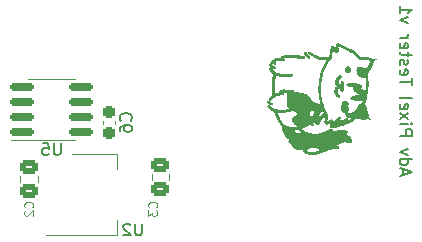
<source format=gbr>
%TF.GenerationSoftware,KiCad,Pcbnew,(6.0.9)*%
%TF.CreationDate,2022-12-09T23:33:34-05:00*%
%TF.ProjectId,ESP8266_Count,45535038-3236-4365-9f43-6f756e742e6b,v1*%
%TF.SameCoordinates,Original*%
%TF.FileFunction,Legend,Bot*%
%TF.FilePolarity,Positive*%
%FSLAX46Y46*%
G04 Gerber Fmt 4.6, Leading zero omitted, Abs format (unit mm)*
G04 Created by KiCad (PCBNEW (6.0.9)) date 2022-12-09 23:33:34*
%MOMM*%
%LPD*%
G01*
G04 APERTURE LIST*
G04 Aperture macros list*
%AMRoundRect*
0 Rectangle with rounded corners*
0 $1 Rounding radius*
0 $2 $3 $4 $5 $6 $7 $8 $9 X,Y pos of 4 corners*
0 Add a 4 corners polygon primitive as box body*
4,1,4,$2,$3,$4,$5,$6,$7,$8,$9,$2,$3,0*
0 Add four circle primitives for the rounded corners*
1,1,$1+$1,$2,$3*
1,1,$1+$1,$4,$5*
1,1,$1+$1,$6,$7*
1,1,$1+$1,$8,$9*
0 Add four rect primitives between the rounded corners*
20,1,$1+$1,$2,$3,$4,$5,0*
20,1,$1+$1,$4,$5,$6,$7,0*
20,1,$1+$1,$6,$7,$8,$9,0*
20,1,$1+$1,$8,$9,$2,$3,0*%
G04 Aperture macros list end*
%ADD10C,0.150000*%
%ADD11C,0.100000*%
%ADD12C,0.120000*%
%ADD13C,2.700000*%
%ADD14R,1.700000X1.700000*%
%ADD15O,1.700000X1.700000*%
%ADD16RoundRect,0.250000X-1.550000X0.650000X-1.550000X-0.650000X1.550000X-0.650000X1.550000X0.650000X0*%
%ADD17O,3.600000X1.800000*%
%ADD18C,1.700000*%
%ADD19R,2.000000X1.500000*%
%ADD20R,2.000000X3.800000*%
%ADD21RoundRect,0.250000X-0.475000X0.337500X-0.475000X-0.337500X0.475000X-0.337500X0.475000X0.337500X0*%
%ADD22RoundRect,0.237500X0.237500X-0.300000X0.237500X0.300000X-0.237500X0.300000X-0.237500X-0.300000X0*%
%ADD23RoundRect,0.150000X-0.825000X-0.150000X0.825000X-0.150000X0.825000X0.150000X-0.825000X0.150000X0*%
G04 APERTURE END LIST*
D10*
X152083333Y-78842857D02*
X152083333Y-78366666D01*
X151797619Y-78938095D02*
X152797619Y-78604761D01*
X151797619Y-78271428D01*
X151797619Y-77509523D02*
X152797619Y-77509523D01*
X151845238Y-77509523D02*
X151797619Y-77604761D01*
X151797619Y-77795238D01*
X151845238Y-77890476D01*
X151892857Y-77938095D01*
X151988095Y-77985714D01*
X152273809Y-77985714D01*
X152369047Y-77938095D01*
X152416666Y-77890476D01*
X152464285Y-77795238D01*
X152464285Y-77604761D01*
X152416666Y-77509523D01*
X152464285Y-77128571D02*
X151797619Y-76890476D01*
X152464285Y-76652380D01*
X151797619Y-75509523D02*
X152797619Y-75509523D01*
X152797619Y-75128571D01*
X152750000Y-75033333D01*
X152702380Y-74985714D01*
X152607142Y-74938095D01*
X152464285Y-74938095D01*
X152369047Y-74985714D01*
X152321428Y-75033333D01*
X152273809Y-75128571D01*
X152273809Y-75509523D01*
X151797619Y-74509523D02*
X152464285Y-74509523D01*
X152797619Y-74509523D02*
X152750000Y-74557142D01*
X152702380Y-74509523D01*
X152750000Y-74461904D01*
X152797619Y-74509523D01*
X152702380Y-74509523D01*
X151797619Y-74128571D02*
X152464285Y-73604761D01*
X152464285Y-74128571D02*
X151797619Y-73604761D01*
X151845238Y-72842857D02*
X151797619Y-72938095D01*
X151797619Y-73128571D01*
X151845238Y-73223809D01*
X151940476Y-73271428D01*
X152321428Y-73271428D01*
X152416666Y-73223809D01*
X152464285Y-73128571D01*
X152464285Y-72938095D01*
X152416666Y-72842857D01*
X152321428Y-72795238D01*
X152226190Y-72795238D01*
X152130952Y-73271428D01*
X151797619Y-72223809D02*
X151845238Y-72319047D01*
X151940476Y-72366666D01*
X152797619Y-72366666D01*
X152797619Y-71223809D02*
X152797619Y-70652380D01*
X151797619Y-70938095D02*
X152797619Y-70938095D01*
X151845238Y-69938095D02*
X151797619Y-70033333D01*
X151797619Y-70223809D01*
X151845238Y-70319047D01*
X151940476Y-70366666D01*
X152321428Y-70366666D01*
X152416666Y-70319047D01*
X152464285Y-70223809D01*
X152464285Y-70033333D01*
X152416666Y-69938095D01*
X152321428Y-69890476D01*
X152226190Y-69890476D01*
X152130952Y-70366666D01*
X151845238Y-69509523D02*
X151797619Y-69414285D01*
X151797619Y-69223809D01*
X151845238Y-69128571D01*
X151940476Y-69080952D01*
X151988095Y-69080952D01*
X152083333Y-69128571D01*
X152130952Y-69223809D01*
X152130952Y-69366666D01*
X152178571Y-69461904D01*
X152273809Y-69509523D01*
X152321428Y-69509523D01*
X152416666Y-69461904D01*
X152464285Y-69366666D01*
X152464285Y-69223809D01*
X152416666Y-69128571D01*
X152464285Y-68795238D02*
X152464285Y-68414285D01*
X152797619Y-68652380D02*
X151940476Y-68652380D01*
X151845238Y-68604761D01*
X151797619Y-68509523D01*
X151797619Y-68414285D01*
X151845238Y-67700000D02*
X151797619Y-67795238D01*
X151797619Y-67985714D01*
X151845238Y-68080952D01*
X151940476Y-68128571D01*
X152321428Y-68128571D01*
X152416666Y-68080952D01*
X152464285Y-67985714D01*
X152464285Y-67795238D01*
X152416666Y-67700000D01*
X152321428Y-67652380D01*
X152226190Y-67652380D01*
X152130952Y-68128571D01*
X151797619Y-67223809D02*
X152464285Y-67223809D01*
X152273809Y-67223809D02*
X152369047Y-67176190D01*
X152416666Y-67128571D01*
X152464285Y-67033333D01*
X152464285Y-66938095D01*
X152464285Y-65938095D02*
X151797619Y-65700000D01*
X152464285Y-65461904D01*
X151797619Y-64557142D02*
X151797619Y-65128571D01*
X151797619Y-64842857D02*
X152797619Y-64842857D01*
X152654761Y-64938095D01*
X152559523Y-65033333D01*
X152511904Y-65128571D01*
%TO.C,U2*%
X129961904Y-82952380D02*
X129961904Y-83761904D01*
X129914285Y-83857142D01*
X129866666Y-83904761D01*
X129771428Y-83952380D01*
X129580952Y-83952380D01*
X129485714Y-83904761D01*
X129438095Y-83857142D01*
X129390476Y-83761904D01*
X129390476Y-82952380D01*
X128961904Y-83047619D02*
X128914285Y-83000000D01*
X128819047Y-82952380D01*
X128580952Y-82952380D01*
X128485714Y-83000000D01*
X128438095Y-83047619D01*
X128390476Y-83142857D01*
X128390476Y-83238095D01*
X128438095Y-83380952D01*
X129009523Y-83952380D01*
X128390476Y-83952380D01*
D11*
%TO.C,C2*%
X120667857Y-81575000D02*
X120703571Y-81539285D01*
X120739285Y-81432142D01*
X120739285Y-81360714D01*
X120703571Y-81253571D01*
X120632142Y-81182142D01*
X120560714Y-81146428D01*
X120417857Y-81110714D01*
X120310714Y-81110714D01*
X120167857Y-81146428D01*
X120096428Y-81182142D01*
X120025000Y-81253571D01*
X119989285Y-81360714D01*
X119989285Y-81432142D01*
X120025000Y-81539285D01*
X120060714Y-81575000D01*
X120060714Y-81860714D02*
X120025000Y-81896428D01*
X119989285Y-81967857D01*
X119989285Y-82146428D01*
X120025000Y-82217857D01*
X120060714Y-82253571D01*
X120132142Y-82289285D01*
X120203571Y-82289285D01*
X120310714Y-82253571D01*
X120739285Y-81825000D01*
X120739285Y-82289285D01*
%TO.C,C3*%
X131167857Y-81575000D02*
X131203571Y-81539285D01*
X131239285Y-81432142D01*
X131239285Y-81360714D01*
X131203571Y-81253571D01*
X131132142Y-81182142D01*
X131060714Y-81146428D01*
X130917857Y-81110714D01*
X130810714Y-81110714D01*
X130667857Y-81146428D01*
X130596428Y-81182142D01*
X130525000Y-81253571D01*
X130489285Y-81360714D01*
X130489285Y-81432142D01*
X130525000Y-81539285D01*
X130560714Y-81575000D01*
X130489285Y-81825000D02*
X130489285Y-82289285D01*
X130775000Y-82039285D01*
X130775000Y-82146428D01*
X130810714Y-82217857D01*
X130846428Y-82253571D01*
X130917857Y-82289285D01*
X131096428Y-82289285D01*
X131167857Y-82253571D01*
X131203571Y-82217857D01*
X131239285Y-82146428D01*
X131239285Y-81932142D01*
X131203571Y-81860714D01*
X131167857Y-81825000D01*
D10*
%TO.C,C6*%
X128987142Y-74233333D02*
X129034761Y-74185714D01*
X129082380Y-74042857D01*
X129082380Y-73947619D01*
X129034761Y-73804761D01*
X128939523Y-73709523D01*
X128844285Y-73661904D01*
X128653809Y-73614285D01*
X128510952Y-73614285D01*
X128320476Y-73661904D01*
X128225238Y-73709523D01*
X128130000Y-73804761D01*
X128082380Y-73947619D01*
X128082380Y-74042857D01*
X128130000Y-74185714D01*
X128177619Y-74233333D01*
X128082380Y-75090476D02*
X128082380Y-74900000D01*
X128130000Y-74804761D01*
X128177619Y-74757142D01*
X128320476Y-74661904D01*
X128510952Y-74614285D01*
X128891904Y-74614285D01*
X128987142Y-74661904D01*
X129034761Y-74709523D01*
X129082380Y-74804761D01*
X129082380Y-74995238D01*
X129034761Y-75090476D01*
X128987142Y-75138095D01*
X128891904Y-75185714D01*
X128653809Y-75185714D01*
X128558571Y-75138095D01*
X128510952Y-75090476D01*
X128463333Y-74995238D01*
X128463333Y-74804761D01*
X128510952Y-74709523D01*
X128558571Y-74661904D01*
X128653809Y-74614285D01*
%TO.C,U5*%
X123061904Y-76152380D02*
X123061904Y-76961904D01*
X123014285Y-77057142D01*
X122966666Y-77104761D01*
X122871428Y-77152380D01*
X122680952Y-77152380D01*
X122585714Y-77104761D01*
X122538095Y-77057142D01*
X122490476Y-76961904D01*
X122490476Y-76152380D01*
X121538095Y-76152380D02*
X122014285Y-76152380D01*
X122061904Y-76628571D01*
X122014285Y-76580952D01*
X121919047Y-76533333D01*
X121680952Y-76533333D01*
X121585714Y-76580952D01*
X121538095Y-76628571D01*
X121490476Y-76723809D01*
X121490476Y-76961904D01*
X121538095Y-77057142D01*
X121585714Y-77104761D01*
X121680952Y-77152380D01*
X121919047Y-77152380D01*
X122014285Y-77104761D01*
X122061904Y-77057142D01*
%TO.C,G\u002A\u002A\u002A*%
G36*
X140724673Y-72536814D02*
G01*
X140757374Y-72550323D01*
X140787650Y-72571532D01*
X140809992Y-72597169D01*
X140820329Y-72611915D01*
X140852801Y-72646160D01*
X140894562Y-72678706D01*
X140941827Y-72706415D01*
X140970421Y-72722057D01*
X140998237Y-72743142D01*
X141016408Y-72767048D01*
X141027880Y-72796873D01*
X141031199Y-72814345D01*
X141028938Y-72852946D01*
X141014682Y-72887975D01*
X140990518Y-72917287D01*
X140958533Y-72938735D01*
X140920813Y-72950176D01*
X140879445Y-72949463D01*
X140850407Y-72942065D01*
X140802857Y-72922138D01*
X140753975Y-72893743D01*
X140706364Y-72859050D01*
X140662630Y-72820227D01*
X140625379Y-72779445D01*
X140597214Y-72738873D01*
X140580740Y-72700681D01*
X140579085Y-72694481D01*
X140573054Y-72668654D01*
X140571756Y-72650246D01*
X140575426Y-72633449D01*
X140584298Y-72612456D01*
X140595046Y-72592579D01*
X140623552Y-72560043D01*
X140659706Y-72540324D01*
X140703101Y-72533690D01*
X140724673Y-72536814D01*
G37*
G36*
X145590100Y-74588018D02*
G01*
X145538827Y-74581173D01*
X145496456Y-74562843D01*
X145461633Y-74532276D01*
X145433005Y-74488723D01*
X145429166Y-74481048D01*
X145420830Y-74460753D01*
X145415446Y-74438886D01*
X145412126Y-74410969D01*
X145409985Y-74372528D01*
X145409357Y-74353697D01*
X145409189Y-74323537D01*
X145410429Y-74293801D01*
X145413400Y-74262352D01*
X145418425Y-74227049D01*
X145425826Y-74185753D01*
X145435926Y-74136327D01*
X145449048Y-74076631D01*
X145465514Y-74004526D01*
X145473214Y-73971023D01*
X145483802Y-73924404D01*
X145492852Y-73883898D01*
X145499896Y-73851629D01*
X145504465Y-73829720D01*
X145506092Y-73820298D01*
X145503944Y-73812213D01*
X145495677Y-73797565D01*
X145493008Y-73794090D01*
X145486926Y-73789440D01*
X145478667Y-73790803D01*
X145465046Y-73799292D01*
X145442879Y-73816019D01*
X145430434Y-73826147D01*
X145402978Y-73850575D01*
X145372701Y-73879483D01*
X145344196Y-73908564D01*
X145327615Y-73926941D01*
X145286505Y-73977651D01*
X145242452Y-74038025D01*
X145197283Y-74105092D01*
X145152827Y-74175885D01*
X145110914Y-74247435D01*
X145073371Y-74316773D01*
X145042029Y-74380930D01*
X145018715Y-74436938D01*
X145012853Y-74452483D01*
X144988020Y-74509927D01*
X144962215Y-74557188D01*
X144936692Y-74591894D01*
X144906198Y-74616670D01*
X144880511Y-74626282D01*
X144867397Y-74631189D01*
X144825172Y-74632460D01*
X144782199Y-74619997D01*
X144781655Y-74619746D01*
X144747657Y-74600191D01*
X144708530Y-74571618D01*
X144667891Y-74537099D01*
X144629359Y-74499703D01*
X144596552Y-74462499D01*
X144568383Y-74424920D01*
X144539924Y-74378400D01*
X144518972Y-74330444D01*
X144502718Y-74275451D01*
X144494432Y-74246552D01*
X144486524Y-74230714D01*
X144479105Y-74229781D01*
X144471827Y-74243727D01*
X144464342Y-74272527D01*
X144460314Y-74293577D01*
X144455075Y-74352895D01*
X144461153Y-74404069D01*
X144478889Y-74448764D01*
X144508626Y-74488645D01*
X144517184Y-74498148D01*
X144540281Y-74529738D01*
X144553150Y-74558145D01*
X144556767Y-74576191D01*
X144555686Y-74617078D01*
X144542632Y-74653708D01*
X144519661Y-74684352D01*
X144488832Y-74707278D01*
X144452201Y-74720756D01*
X144411824Y-74723055D01*
X144369759Y-74712444D01*
X144360586Y-74708005D01*
X144331482Y-74688460D01*
X144300230Y-74661295D01*
X144270964Y-74630339D01*
X144250953Y-74603614D01*
X144247816Y-74599424D01*
X144245560Y-74595890D01*
X144231798Y-74577407D01*
X144219146Y-74568755D01*
X144203062Y-74566604D01*
X144191229Y-74567445D01*
X144177835Y-74574364D01*
X144167084Y-74591774D01*
X144167024Y-74591899D01*
X144152633Y-74615318D01*
X144134851Y-74636313D01*
X144130332Y-74639891D01*
X144111437Y-74651545D01*
X144081570Y-74667822D01*
X144042477Y-74687917D01*
X143995901Y-74711028D01*
X143943589Y-74736348D01*
X143887284Y-74763074D01*
X143828731Y-74790402D01*
X143769676Y-74817527D01*
X143711862Y-74843646D01*
X143657034Y-74867952D01*
X143606938Y-74889643D01*
X143563318Y-74907914D01*
X143527918Y-74921960D01*
X143502484Y-74930978D01*
X143488760Y-74934163D01*
X143483030Y-74935244D01*
X143482277Y-74942208D01*
X143493821Y-74954219D01*
X143522146Y-74975405D01*
X143566876Y-75005886D01*
X143619381Y-75039369D01*
X143676463Y-75073969D01*
X143734922Y-75107798D01*
X143791561Y-75138972D01*
X143843181Y-75165604D01*
X143886583Y-75185809D01*
X143936867Y-75205946D01*
X143998673Y-75228221D01*
X144066822Y-75250820D01*
X144138414Y-75272911D01*
X144210549Y-75293662D01*
X144280328Y-75312239D01*
X144344849Y-75327810D01*
X144401214Y-75339543D01*
X144446522Y-75346603D01*
X144448537Y-75346830D01*
X144497636Y-75350746D01*
X144557192Y-75353078D01*
X144622947Y-75353827D01*
X144690644Y-75352994D01*
X144756024Y-75350578D01*
X144814829Y-75346581D01*
X144838018Y-75344366D01*
X144896827Y-75336960D01*
X144952912Y-75326800D01*
X145008484Y-75313153D01*
X145065754Y-75295284D01*
X145126935Y-75272458D01*
X145194239Y-75243942D01*
X145269878Y-75209000D01*
X145356062Y-75166899D01*
X145431584Y-75129965D01*
X145509192Y-75093984D01*
X145582308Y-75062642D01*
X145655300Y-75034160D01*
X145732533Y-75006760D01*
X145818376Y-74978666D01*
X145864484Y-74964181D01*
X145912714Y-74949613D01*
X145950642Y-74939226D01*
X145980462Y-74932644D01*
X146004362Y-74929492D01*
X146024535Y-74929395D01*
X146043171Y-74931979D01*
X146062461Y-74936866D01*
X146091555Y-74948453D01*
X146126399Y-74973441D01*
X146151062Y-75005828D01*
X146164382Y-75043201D01*
X146165195Y-75083147D01*
X146152338Y-75123255D01*
X146138454Y-75150488D01*
X146170116Y-75158460D01*
X146184613Y-75161514D01*
X146198915Y-75161986D01*
X146215240Y-75158629D01*
X146237448Y-75150611D01*
X146269402Y-75137102D01*
X146321747Y-75115528D01*
X146383032Y-75092566D01*
X146443819Y-75071911D01*
X146499796Y-75055021D01*
X146546651Y-75043353D01*
X146566221Y-75039524D01*
X146653873Y-75027824D01*
X146751665Y-75022441D01*
X146856848Y-75023295D01*
X146966674Y-75030303D01*
X147078394Y-75043384D01*
X147189259Y-75062455D01*
X147214548Y-75067844D01*
X147257970Y-75079446D01*
X147291376Y-75092740D01*
X147318137Y-75109231D01*
X147341618Y-75130419D01*
X147361633Y-75155983D01*
X147378498Y-75195290D01*
X147381436Y-75235841D01*
X147370402Y-75275476D01*
X147345352Y-75312036D01*
X147344295Y-75313156D01*
X147311902Y-75338855D01*
X147275126Y-75351609D01*
X147232529Y-75351658D01*
X147182672Y-75339242D01*
X147178772Y-75337907D01*
X147149517Y-75328553D01*
X147132991Y-75324930D01*
X147128208Y-75326941D01*
X147134180Y-75334490D01*
X147137747Y-75336885D01*
X147154748Y-75344141D01*
X147180655Y-75352631D01*
X147211445Y-75360974D01*
X147264775Y-75376599D01*
X147338745Y-75407965D01*
X147409933Y-75450571D01*
X147480200Y-75505584D01*
X147551405Y-75574170D01*
X147557077Y-75580141D01*
X147616798Y-75646800D01*
X147668317Y-75711470D01*
X147710135Y-75772149D01*
X147740753Y-75826838D01*
X147741707Y-75828827D01*
X147755424Y-75859405D01*
X147763293Y-75883741D01*
X147766845Y-75908253D01*
X147767613Y-75939360D01*
X147767611Y-75939896D01*
X147766041Y-75975961D01*
X147760975Y-76002727D01*
X147751392Y-76025627D01*
X147734380Y-76052737D01*
X147700688Y-76087985D01*
X147658594Y-76113089D01*
X147607424Y-76128218D01*
X147546503Y-76133540D01*
X147475157Y-76129225D01*
X147392713Y-76115442D01*
X147345628Y-76106082D01*
X147270718Y-76093902D01*
X147204529Y-76087239D01*
X147143822Y-76085820D01*
X147085361Y-76089369D01*
X147056087Y-76092606D01*
X147013592Y-76098643D01*
X146973786Y-76106494D01*
X146934411Y-76116943D01*
X146893213Y-76130775D01*
X146847936Y-76148775D01*
X146796324Y-76171729D01*
X146736120Y-76200421D01*
X146665070Y-76235636D01*
X146647455Y-76244439D01*
X146596954Y-76269291D01*
X146550713Y-76291495D01*
X146510551Y-76310215D01*
X146478288Y-76324612D01*
X146455742Y-76333849D01*
X146444733Y-76337088D01*
X146438983Y-76337174D01*
X146431585Y-76339834D01*
X146436275Y-76348191D01*
X146437660Y-76349630D01*
X146454858Y-76357003D01*
X146484078Y-76359772D01*
X146486236Y-76359802D01*
X146528735Y-76364692D01*
X146566669Y-76376725D01*
X146595101Y-76394362D01*
X146602359Y-76401585D01*
X146624069Y-76434653D01*
X146635978Y-76473341D01*
X146637153Y-76513061D01*
X146626658Y-76549228D01*
X146624522Y-76553403D01*
X146612850Y-76573893D01*
X146600214Y-76590030D01*
X146584610Y-76602567D01*
X146564039Y-76612260D01*
X146536499Y-76619863D01*
X146499989Y-76626131D01*
X146452507Y-76631818D01*
X146392053Y-76637679D01*
X146288641Y-76648174D01*
X146177128Y-76662260D01*
X146070682Y-76679124D01*
X145967037Y-76699346D01*
X145863932Y-76723506D01*
X145759104Y-76752186D01*
X145650289Y-76785966D01*
X145535225Y-76825426D01*
X145411649Y-76871147D01*
X145277297Y-76923711D01*
X145194360Y-76956746D01*
X145120833Y-76985705D01*
X145057785Y-77010094D01*
X145003509Y-77030533D01*
X144956298Y-77047640D01*
X144914445Y-77062032D01*
X144876243Y-77074327D01*
X144839984Y-77085145D01*
X144803962Y-77095103D01*
X144782818Y-77100570D01*
X144674892Y-77123556D01*
X144562558Y-77139995D01*
X144448750Y-77149787D01*
X144347114Y-77152546D01*
X144336402Y-77152837D01*
X144228449Y-77149045D01*
X144127826Y-77138315D01*
X144037467Y-77120550D01*
X143994746Y-77107547D01*
X143936694Y-77084882D01*
X143875112Y-77056441D01*
X143813611Y-77024141D01*
X143755797Y-76989895D01*
X143705280Y-76955619D01*
X143665668Y-76923228D01*
X143660432Y-76918124D01*
X143633105Y-76881148D01*
X143618686Y-76840267D01*
X143617713Y-76798039D01*
X143630723Y-76757021D01*
X143634868Y-76748810D01*
X143642636Y-76732801D01*
X143645711Y-76725439D01*
X143639182Y-76724876D01*
X143619533Y-76724324D01*
X143588710Y-76723837D01*
X143548673Y-76723438D01*
X143501382Y-76723152D01*
X143448797Y-76723002D01*
X143377434Y-76722493D01*
X143298596Y-76720517D01*
X143230730Y-76716784D01*
X143207824Y-76714545D01*
X143171611Y-76711005D01*
X143130847Y-76704715D01*
X143830775Y-76704715D01*
X143832377Y-76709430D01*
X143844308Y-76720624D01*
X143864942Y-76736341D01*
X143891900Y-76754999D01*
X143922805Y-76775019D01*
X143955279Y-76794821D01*
X143986944Y-76812824D01*
X144015423Y-76827448D01*
X144051115Y-76843270D01*
X144088038Y-76856511D01*
X144126293Y-76866356D01*
X144168603Y-76873239D01*
X144217694Y-76877595D01*
X144276290Y-76879860D01*
X144347114Y-76880470D01*
X144382393Y-76880250D01*
X144463966Y-76877837D01*
X144538225Y-76872259D01*
X144608603Y-76862883D01*
X144678534Y-76849075D01*
X144751451Y-76830200D01*
X144830788Y-76805626D01*
X144919978Y-76774718D01*
X144932242Y-76770258D01*
X144966160Y-76757405D01*
X144993539Y-76746263D01*
X145011832Y-76737899D01*
X145018496Y-76733380D01*
X145018485Y-76733145D01*
X145011925Y-76724023D01*
X144995333Y-76709899D01*
X144971738Y-76692847D01*
X144944168Y-76674941D01*
X144915653Y-76658254D01*
X144889221Y-76644862D01*
X144856216Y-76631015D01*
X144804799Y-76613731D01*
X144748805Y-76600100D01*
X144686529Y-76589919D01*
X144616266Y-76582987D01*
X144536312Y-76579100D01*
X144444963Y-76578056D01*
X144340516Y-76579653D01*
X144314505Y-76580346D01*
X144262589Y-76582013D01*
X144223095Y-76583832D01*
X144194203Y-76585961D01*
X144174098Y-76588555D01*
X144160962Y-76591770D01*
X144152979Y-76595763D01*
X144150174Y-76597827D01*
X144132024Y-76611110D01*
X144111470Y-76626071D01*
X144082928Y-76642151D01*
X144038058Y-76658919D01*
X143980819Y-76674013D01*
X143912589Y-76687012D01*
X143890376Y-76690788D01*
X143861443Y-76696372D01*
X143840421Y-76701265D01*
X143830775Y-76704715D01*
X143130847Y-76704715D01*
X143119013Y-76702889D01*
X143070711Y-76692145D01*
X143024480Y-76678484D01*
X142978094Y-76661615D01*
X142977042Y-76661199D01*
X142929125Y-76639621D01*
X142878702Y-76612400D01*
X142828504Y-76581431D01*
X142797092Y-76559606D01*
X142781260Y-76548606D01*
X142739699Y-76515819D01*
X142706549Y-76484964D01*
X142684541Y-76457935D01*
X142676855Y-76444311D01*
X142663740Y-76402112D01*
X142665136Y-76358919D01*
X142681096Y-76316918D01*
X142698979Y-76285645D01*
X142660787Y-76273153D01*
X142658867Y-76272521D01*
X142591912Y-76245962D01*
X142529786Y-76212788D01*
X142474158Y-76174471D01*
X142426697Y-76132482D01*
X142389071Y-76088291D01*
X142362947Y-76043368D01*
X142349994Y-75999184D01*
X142349156Y-75989750D01*
X142353576Y-75951246D01*
X142368782Y-75914781D01*
X142392545Y-75884485D01*
X142422639Y-75864489D01*
X142445100Y-75855185D01*
X142378101Y-75812881D01*
X142320749Y-75774448D01*
X142248949Y-75717972D01*
X142184475Y-75655745D01*
X142124264Y-75584722D01*
X142065253Y-75501858D01*
X142031154Y-75448478D01*
X141972977Y-75347896D01*
X141920894Y-75245238D01*
X141875710Y-75142563D01*
X141847684Y-75067314D01*
X142925935Y-75067314D01*
X142929503Y-75091382D01*
X142941832Y-75126509D01*
X142960366Y-75161267D01*
X142982392Y-75189773D01*
X142986799Y-75194183D01*
X143029822Y-75227937D01*
X143080200Y-75251695D01*
X143139135Y-75265760D01*
X143207824Y-75270429D01*
X143287469Y-75266003D01*
X143315712Y-75262797D01*
X143351524Y-75257978D01*
X143381381Y-75253128D01*
X143400789Y-75248925D01*
X143429656Y-75240611D01*
X143382035Y-75206225D01*
X143355450Y-75186598D01*
X143298209Y-75140331D01*
X143253890Y-75097736D01*
X143221581Y-75057969D01*
X143209392Y-75041325D01*
X143192814Y-75023957D01*
X143181201Y-75020113D01*
X143172994Y-75022015D01*
X143150117Y-75025868D01*
X143118419Y-75030360D01*
X143081654Y-75035040D01*
X143043573Y-75039462D01*
X143007928Y-75043176D01*
X142978472Y-75045733D01*
X142958956Y-75046685D01*
X142948204Y-75046779D01*
X142932953Y-75048561D01*
X142926873Y-75054566D01*
X142925935Y-75067314D01*
X141847684Y-75067314D01*
X141838230Y-75041930D01*
X141809261Y-74945399D01*
X141789609Y-74855030D01*
X141780078Y-74772881D01*
X141775595Y-74690365D01*
X141717452Y-74628758D01*
X141699167Y-74609022D01*
X141607400Y-74498377D01*
X141520869Y-74374075D01*
X141439784Y-74236528D01*
X141364357Y-74086150D01*
X141294797Y-73923353D01*
X141231315Y-73748551D01*
X141178927Y-73577816D01*
X141470538Y-73577816D01*
X141471247Y-73582655D01*
X141476278Y-73601658D01*
X141485340Y-73630669D01*
X141497492Y-73667017D01*
X141511795Y-73708029D01*
X141527308Y-73751034D01*
X141543091Y-73793360D01*
X141558203Y-73832335D01*
X141571704Y-73865287D01*
X141577292Y-73878267D01*
X141608075Y-73946214D01*
X141642337Y-74016898D01*
X141677927Y-74086109D01*
X141712693Y-74149638D01*
X141744483Y-74203277D01*
X141755570Y-74220770D01*
X141836079Y-74335146D01*
X141921964Y-74435946D01*
X142013050Y-74523000D01*
X142109160Y-74596137D01*
X142210121Y-74655189D01*
X142222972Y-74661441D01*
X142278124Y-74685038D01*
X142341477Y-74708185D01*
X142407758Y-74729179D01*
X142471692Y-74746317D01*
X142528006Y-74757894D01*
X142529895Y-74758198D01*
X142609977Y-74767844D01*
X142700368Y-74773273D01*
X142797092Y-74774516D01*
X142896172Y-74771604D01*
X142993632Y-74764571D01*
X143085493Y-74753447D01*
X143144133Y-74744652D01*
X143090322Y-74715454D01*
X143062499Y-74699540D01*
X142986453Y-74647697D01*
X142914319Y-74586665D01*
X142847874Y-74518570D01*
X142788895Y-74445537D01*
X142739158Y-74369693D01*
X142700442Y-74293162D01*
X142674522Y-74218071D01*
X142665991Y-74174816D01*
X142664450Y-74118778D01*
X142673921Y-74069132D01*
X144876244Y-74069132D01*
X144876962Y-74087170D01*
X144880511Y-74093818D01*
X144884163Y-74090897D01*
X144894492Y-74077466D01*
X144909014Y-74055633D01*
X144925819Y-74028166D01*
X144926958Y-74026238D01*
X144983067Y-73937374D01*
X145043923Y-73851915D01*
X145107681Y-73772045D01*
X145172498Y-73699945D01*
X145236527Y-73637800D01*
X145297926Y-73587791D01*
X145305810Y-73581932D01*
X145327622Y-73564171D01*
X145342842Y-73549393D01*
X145348561Y-73540325D01*
X145348223Y-73538320D01*
X145342207Y-73524595D01*
X145330221Y-73503297D01*
X145314298Y-73478115D01*
X145280036Y-73426577D01*
X145252411Y-73440845D01*
X145236223Y-73450150D01*
X145195366Y-73480146D01*
X145151018Y-73520422D01*
X145105344Y-73568757D01*
X145060510Y-73622926D01*
X145018682Y-73680709D01*
X145015315Y-73685796D01*
X144990050Y-73728201D01*
X144963339Y-73779183D01*
X144937602Y-73833656D01*
X144915261Y-73886529D01*
X144898739Y-73932715D01*
X144894304Y-73948433D01*
X144887389Y-73979355D01*
X144881828Y-74011957D01*
X144877990Y-74042972D01*
X144876244Y-74069132D01*
X142673921Y-74069132D01*
X142675000Y-74063477D01*
X142691276Y-74019148D01*
X142716272Y-73974207D01*
X142750032Y-73932069D01*
X142794019Y-73891195D01*
X142849699Y-73850041D01*
X142918536Y-73807066D01*
X142982911Y-73766931D01*
X143012400Y-73745155D01*
X144143178Y-73745155D01*
X144151136Y-73789905D01*
X144166716Y-73828117D01*
X144189095Y-73857834D01*
X144217449Y-73877099D01*
X144250953Y-73883956D01*
X144277576Y-73879612D01*
X144313676Y-73864566D01*
X144351791Y-73840958D01*
X144388766Y-73811080D01*
X144421447Y-73777225D01*
X144446680Y-73741686D01*
X144452932Y-73731195D01*
X144469570Y-73705684D01*
X144484720Y-73685167D01*
X144500048Y-73664495D01*
X144524319Y-73617537D01*
X144536286Y-73569303D01*
X144535503Y-73522297D01*
X144521523Y-73479025D01*
X144519104Y-73474522D01*
X144493422Y-73443633D01*
X144457068Y-73423144D01*
X144409883Y-73412963D01*
X144407681Y-73412774D01*
X144366437Y-73416699D01*
X144322499Y-73433625D01*
X144278015Y-73462456D01*
X144235130Y-73502099D01*
X144210891Y-73529797D01*
X144184785Y-73566492D01*
X144166190Y-73604421D01*
X144152040Y-73649007D01*
X144143667Y-73695823D01*
X144143178Y-73745155D01*
X143012400Y-73745155D01*
X143033339Y-73729693D01*
X143069411Y-73695242D01*
X143091231Y-73663165D01*
X143098903Y-73633053D01*
X143092532Y-73604493D01*
X143072221Y-73577075D01*
X143038075Y-73550387D01*
X142990198Y-73524019D01*
X142964330Y-73512600D01*
X142926351Y-73498043D01*
X142883579Y-73483380D01*
X142838709Y-73469374D01*
X142794436Y-73456782D01*
X142753453Y-73446366D01*
X142718456Y-73438884D01*
X142692137Y-73435097D01*
X142677193Y-73435763D01*
X142661387Y-73440715D01*
X142630993Y-73448675D01*
X142589677Y-73458580D01*
X142539500Y-73470003D01*
X142482522Y-73482516D01*
X142420804Y-73495691D01*
X142356407Y-73509098D01*
X142291392Y-73522310D01*
X142227818Y-73534898D01*
X142167747Y-73546435D01*
X142113240Y-73556491D01*
X142066356Y-73564639D01*
X142029158Y-73570450D01*
X142021419Y-73571422D01*
X141988118Y-73574173D01*
X141943575Y-73576427D01*
X141890641Y-73578161D01*
X141832169Y-73579357D01*
X141771008Y-73579993D01*
X141710011Y-73580049D01*
X141652029Y-73579505D01*
X141599912Y-73578340D01*
X141556514Y-73576534D01*
X141524683Y-73574066D01*
X141506103Y-73572168D01*
X141484493Y-73571091D01*
X141473511Y-73572914D01*
X141470538Y-73577816D01*
X141178927Y-73577816D01*
X141174122Y-73562157D01*
X141150090Y-73476655D01*
X141079523Y-73449286D01*
X140971493Y-73401336D01*
X140860598Y-73338716D01*
X140757900Y-73266355D01*
X140666113Y-73185983D01*
X140650680Y-73170447D01*
X140621338Y-73138345D01*
X140598862Y-73110065D01*
X140585611Y-73088464D01*
X140572727Y-73048172D01*
X140572911Y-73008730D01*
X140586999Y-72968521D01*
X140598806Y-72949622D01*
X140628191Y-72922090D01*
X140664415Y-72905805D01*
X140704383Y-72901883D01*
X140744998Y-72911443D01*
X140756615Y-72917865D01*
X140778240Y-72934318D01*
X140799143Y-72954509D01*
X140804861Y-72960784D01*
X140863926Y-73020692D01*
X140924932Y-73073005D01*
X140990055Y-73118982D01*
X141061474Y-73159883D01*
X141141365Y-73196967D01*
X141231905Y-73231493D01*
X141335271Y-73264722D01*
X141381780Y-73278307D01*
X141436978Y-73293140D01*
X141486806Y-73304435D01*
X141534655Y-73312649D01*
X141583918Y-73318241D01*
X141637986Y-73321665D01*
X141700252Y-73323381D01*
X141774107Y-73323844D01*
X141796895Y-73323816D01*
X141856149Y-73323383D01*
X141904673Y-73322282D01*
X141945664Y-73320326D01*
X141982320Y-73317329D01*
X142017837Y-73313106D01*
X142055413Y-73307469D01*
X142089450Y-73301782D01*
X142138000Y-73293144D01*
X142187976Y-73283751D01*
X142237065Y-73274083D01*
X142282950Y-73264622D01*
X142323319Y-73255846D01*
X142355856Y-73248236D01*
X142378247Y-73242273D01*
X142388178Y-73238435D01*
X142388929Y-73233690D01*
X142383673Y-73219328D01*
X142372282Y-73200121D01*
X142364310Y-73188214D01*
X142317838Y-73104842D01*
X142278941Y-73008797D01*
X142247673Y-72900350D01*
X142224091Y-72779774D01*
X142208248Y-72647339D01*
X142200200Y-72503318D01*
X142200002Y-72347981D01*
X142201858Y-72283616D01*
X142204685Y-72224104D01*
X142208767Y-72172885D01*
X142214550Y-72126449D01*
X142222479Y-72081286D01*
X142232998Y-72033888D01*
X142246553Y-71980745D01*
X142251876Y-71960308D01*
X142258498Y-71933261D01*
X142262600Y-71914280D01*
X142263453Y-71906566D01*
X142258420Y-71905198D01*
X142241152Y-71901966D01*
X142214662Y-71897577D01*
X142182112Y-71892576D01*
X142169044Y-71890583D01*
X142126103Y-71883065D01*
X142084362Y-71873892D01*
X142038739Y-71861861D01*
X141984149Y-71845771D01*
X141976591Y-71843692D01*
X141973404Y-71845312D01*
X141981038Y-71855504D01*
X141993114Y-71873212D01*
X142005941Y-71910007D01*
X142006636Y-71948718D01*
X141995894Y-71985947D01*
X141974409Y-72018291D01*
X141942875Y-72042351D01*
X141927101Y-72048706D01*
X141888035Y-72053799D01*
X141843664Y-72047879D01*
X141796698Y-72031471D01*
X141749846Y-72005096D01*
X141729652Y-71992021D01*
X141718317Y-71987340D01*
X141714536Y-71991696D01*
X141716059Y-72005088D01*
X141715002Y-72030553D01*
X141705324Y-72060254D01*
X141689570Y-72088374D01*
X141670292Y-72109115D01*
X141658887Y-72117268D01*
X141642734Y-72126353D01*
X141624519Y-72132317D01*
X141599932Y-72136416D01*
X141564665Y-72139905D01*
X141529769Y-72143499D01*
X141464009Y-72154134D01*
X141399502Y-72170340D01*
X141333064Y-72193138D01*
X141261510Y-72223549D01*
X141181655Y-72262591D01*
X141123727Y-72295691D01*
X141061715Y-72341367D01*
X141005820Y-72395806D01*
X140952479Y-72462110D01*
X140952090Y-72462646D01*
X140923244Y-72499775D01*
X140898131Y-72525385D01*
X140873868Y-72541382D01*
X140847574Y-72549674D01*
X140816367Y-72552165D01*
X140806915Y-72552030D01*
X140771937Y-72546216D01*
X140743637Y-72530193D01*
X140717506Y-72501656D01*
X140705106Y-72475847D01*
X140699045Y-72440508D01*
X140700790Y-72402682D01*
X140710623Y-72367882D01*
X140719026Y-72351678D01*
X140740118Y-72319029D01*
X140768415Y-72281008D01*
X140801556Y-72240579D01*
X140837175Y-72200708D01*
X140872909Y-72164358D01*
X140925538Y-72113838D01*
X140926304Y-71751776D01*
X140926479Y-71691703D01*
X140926977Y-71604115D01*
X140927802Y-71527602D01*
X140929024Y-71459728D01*
X140930716Y-71398057D01*
X140932950Y-71340152D01*
X140935797Y-71283577D01*
X140939330Y-71225895D01*
X140943619Y-71164671D01*
X140949198Y-71090769D01*
X140957792Y-70983759D01*
X140966672Y-70880649D01*
X140975714Y-70782546D01*
X140984794Y-70690559D01*
X140993788Y-70605793D01*
X141002573Y-70529357D01*
X141011025Y-70462357D01*
X141019020Y-70405901D01*
X141026435Y-70361096D01*
X141033145Y-70329049D01*
X141039028Y-70310868D01*
X141050779Y-70287312D01*
X141018616Y-70261150D01*
X140965461Y-70215321D01*
X140906126Y-70157423D01*
X140853953Y-70098880D01*
X140811053Y-70042090D01*
X140779538Y-69989454D01*
X140767658Y-69963358D01*
X140752224Y-69921612D01*
X140739505Y-69878351D01*
X140730902Y-69838518D01*
X140727816Y-69807054D01*
X140727978Y-69801235D01*
X140736695Y-69759396D01*
X140757086Y-69722231D01*
X140786939Y-69693970D01*
X140795588Y-69687844D01*
X140809577Y-69674535D01*
X140811908Y-69665343D01*
X140805588Y-69655676D01*
X140793497Y-69637249D01*
X140778469Y-69614387D01*
X140775070Y-69609071D01*
X140758335Y-69578077D01*
X140745750Y-69546814D01*
X140738774Y-69519485D01*
X140738867Y-69500294D01*
X140741592Y-69489871D01*
X140745776Y-69471790D01*
X140748678Y-69462541D01*
X140763895Y-69436417D01*
X140786630Y-69411530D01*
X140812404Y-69393166D01*
X140818041Y-69390643D01*
X140842909Y-69383783D01*
X140869872Y-69380775D01*
X140902106Y-69384204D01*
X140935630Y-69398470D01*
X140967633Y-69424993D01*
X141000086Y-69465047D01*
X141007203Y-69474898D01*
X141041958Y-69516287D01*
X141081643Y-69552031D01*
X141129555Y-69584784D01*
X141188992Y-69617204D01*
X141233949Y-69640930D01*
X141270185Y-69663857D01*
X141295406Y-69685892D01*
X141311315Y-69708936D01*
X141319612Y-69734887D01*
X141321999Y-69765645D01*
X141317732Y-69801188D01*
X141300818Y-69837499D01*
X141270225Y-69868403D01*
X141259609Y-69876004D01*
X141242631Y-69884531D01*
X141222502Y-69888466D01*
X141193327Y-69889420D01*
X141182623Y-69889306D01*
X141158768Y-69887520D01*
X141136529Y-69882505D01*
X141110998Y-69872906D01*
X141077267Y-69857366D01*
X141058512Y-69848613D01*
X141032826Y-69837579D01*
X141014351Y-69830866D01*
X141006183Y-69829681D01*
X141005175Y-69831429D01*
X141007212Y-69844216D01*
X141017167Y-69864916D01*
X141033361Y-69890981D01*
X141054112Y-69919860D01*
X141077740Y-69949005D01*
X141102564Y-69975867D01*
X141103840Y-69977140D01*
X141146519Y-70016874D01*
X141195190Y-70057691D01*
X141245855Y-70096525D01*
X141294518Y-70130307D01*
X141337183Y-70155969D01*
X141386118Y-70178895D01*
X141461297Y-70205365D01*
X141550609Y-70228718D01*
X141653736Y-70248875D01*
X141770357Y-70265753D01*
X141793528Y-70268185D01*
X141840287Y-70271616D01*
X141897005Y-70274474D01*
X141961414Y-70276748D01*
X142031246Y-70278427D01*
X142104234Y-70279502D01*
X142178109Y-70279961D01*
X142250604Y-70279793D01*
X142319451Y-70278990D01*
X142382382Y-70277539D01*
X142437130Y-70275430D01*
X142481426Y-70272654D01*
X142513003Y-70269199D01*
X142543952Y-70264466D01*
X142584549Y-70258787D01*
X142614717Y-70255727D01*
X142637158Y-70255300D01*
X142654574Y-70257515D01*
X142669668Y-70262385D01*
X142685141Y-70269920D01*
X142711809Y-70289015D01*
X142735855Y-70320274D01*
X142748958Y-70356748D01*
X142751050Y-70395542D01*
X142742060Y-70433761D01*
X142721920Y-70468510D01*
X142690561Y-70496894D01*
X142676746Y-70504037D01*
X142642416Y-70515043D01*
X142595634Y-70524673D01*
X142537966Y-70532881D01*
X142470979Y-70539620D01*
X142396240Y-70544842D01*
X142315316Y-70548501D01*
X142229774Y-70550550D01*
X142141180Y-70550941D01*
X142051101Y-70549628D01*
X141961103Y-70546564D01*
X141872755Y-70541701D01*
X141787622Y-70534993D01*
X141707271Y-70526392D01*
X141665126Y-70520544D01*
X141599601Y-70509507D01*
X141531487Y-70496122D01*
X141465165Y-70481326D01*
X141405016Y-70466055D01*
X141355424Y-70451244D01*
X141346172Y-70448213D01*
X141320423Y-70440363D01*
X141301786Y-70435560D01*
X141293789Y-70434750D01*
X141292614Y-70439165D01*
X141289744Y-70456360D01*
X141285766Y-70484114D01*
X141281038Y-70519897D01*
X141275919Y-70561175D01*
X141263143Y-70672817D01*
X141247231Y-70829328D01*
X141233177Y-70988631D01*
X141221178Y-71147811D01*
X141211430Y-71303956D01*
X141204128Y-71454151D01*
X141199469Y-71595481D01*
X141197649Y-71725033D01*
X141197595Y-71756425D01*
X141197669Y-71812259D01*
X141197951Y-71862194D01*
X141198418Y-71904411D01*
X141199049Y-71937088D01*
X141199818Y-71958404D01*
X141200704Y-71966538D01*
X141203980Y-71966634D01*
X141218799Y-71963025D01*
X141242457Y-71955500D01*
X141271716Y-71945038D01*
X141290844Y-71938069D01*
X141369281Y-71914213D01*
X141447351Y-71898983D01*
X141532185Y-71890897D01*
X141559147Y-71889222D01*
X141586930Y-71887017D01*
X141605842Y-71884930D01*
X141612826Y-71883250D01*
X141611949Y-71881179D01*
X141604635Y-71869965D01*
X141592323Y-71853181D01*
X141587370Y-71846416D01*
X141577574Y-71828615D01*
X141572924Y-71808287D01*
X141571694Y-71779242D01*
X141572762Y-71751386D01*
X141577540Y-71728712D01*
X141587260Y-71710979D01*
X141613374Y-71683053D01*
X141649263Y-71662721D01*
X141691031Y-71656017D01*
X141712103Y-71656995D01*
X141732070Y-71661532D01*
X141751567Y-71671508D01*
X141774134Y-71688793D01*
X141803314Y-71715253D01*
X141805155Y-71716974D01*
X141822014Y-71731529D01*
X141832062Y-71737872D01*
X141833419Y-71734783D01*
X141830462Y-71726340D01*
X141826318Y-71697845D01*
X141827212Y-71665422D01*
X141832693Y-71635230D01*
X141842310Y-71613424D01*
X141864755Y-71588349D01*
X141898866Y-71566431D01*
X141937383Y-71558615D01*
X141980699Y-71564843D01*
X142029210Y-71585054D01*
X142042060Y-71591475D01*
X142099386Y-71613379D01*
X142170245Y-71631634D01*
X142253810Y-71646142D01*
X142349251Y-71656804D01*
X142455739Y-71663521D01*
X142572445Y-71666194D01*
X142698540Y-71664726D01*
X142700080Y-71664684D01*
X142737629Y-71663989D01*
X142763964Y-71664606D01*
X142782720Y-71666988D01*
X142797537Y-71671587D01*
X142812053Y-71678856D01*
X142820665Y-71684289D01*
X142847763Y-71710660D01*
X142866242Y-71743814D01*
X142873074Y-71778795D01*
X142872943Y-71784396D01*
X142872836Y-71792205D01*
X142874309Y-71798296D01*
X142879031Y-71803088D01*
X142888666Y-71807002D01*
X142904882Y-71810456D01*
X142929345Y-71813870D01*
X142963721Y-71817663D01*
X143009678Y-71822255D01*
X143068882Y-71828065D01*
X143102577Y-71831521D01*
X143178497Y-71840094D01*
X143258003Y-71850005D01*
X143338449Y-71860863D01*
X143417189Y-71872277D01*
X143491577Y-71883857D01*
X143558966Y-71895211D01*
X143616710Y-71905950D01*
X143662163Y-71915681D01*
X143716723Y-71931583D01*
X143783818Y-71957327D01*
X143851575Y-71988939D01*
X143914798Y-72023969D01*
X143968289Y-72059968D01*
X143999843Y-72085804D01*
X144045994Y-72128359D01*
X144095321Y-72178276D01*
X144145027Y-72232587D01*
X144192315Y-72288322D01*
X144234388Y-72342510D01*
X144270858Y-72389982D01*
X144358124Y-72487809D01*
X144453273Y-72573525D01*
X144557686Y-72648300D01*
X144672750Y-72713305D01*
X144711834Y-72732126D01*
X144790989Y-72764745D01*
X144865388Y-72786982D01*
X144938255Y-72799696D01*
X145012816Y-72803743D01*
X145021438Y-72803909D01*
X145033173Y-72804130D01*
X145040710Y-72802446D01*
X145044196Y-72796736D01*
X145043775Y-72784879D01*
X145039592Y-72764755D01*
X145031792Y-72734243D01*
X145020521Y-72691221D01*
X145001518Y-72614631D01*
X144958200Y-72406007D01*
X144925855Y-72191413D01*
X144904264Y-71969208D01*
X144893207Y-71737749D01*
X144892407Y-71693696D01*
X144892471Y-71621253D01*
X145126786Y-71621253D01*
X145126822Y-71697105D01*
X145127576Y-71766913D01*
X145129087Y-71827905D01*
X145131395Y-71877311D01*
X145132895Y-71899879D01*
X145153045Y-72113063D01*
X145183664Y-72324368D01*
X145224283Y-72531645D01*
X145274429Y-72732748D01*
X145333631Y-72925527D01*
X145401417Y-73107834D01*
X145417119Y-73144722D01*
X145441661Y-73198903D01*
X145470821Y-73260576D01*
X145503253Y-73327094D01*
X145537616Y-73395809D01*
X145572567Y-73464072D01*
X145606761Y-73529234D01*
X145638857Y-73588647D01*
X145667511Y-73639662D01*
X145691379Y-73679632D01*
X145709381Y-73709702D01*
X145726110Y-73740465D01*
X145738186Y-73765872D01*
X145743787Y-73782351D01*
X145744305Y-73800859D01*
X145741516Y-73829033D01*
X145735872Y-73859150D01*
X145724155Y-73908875D01*
X145702538Y-74002164D01*
X145683731Y-74085518D01*
X145667869Y-74158281D01*
X145655086Y-74219798D01*
X145645517Y-74269412D01*
X145639294Y-74306467D01*
X145636553Y-74330308D01*
X145637428Y-74340278D01*
X145638388Y-74340813D01*
X145648743Y-74337862D01*
X145669255Y-74325922D01*
X145700333Y-74304736D01*
X145742388Y-74274042D01*
X145771648Y-74252536D01*
X145827337Y-74213777D01*
X145875088Y-74184019D01*
X145916724Y-74162168D01*
X145954069Y-74147131D01*
X145983300Y-74138207D01*
X146013430Y-74132606D01*
X146040222Y-74133340D01*
X146069286Y-74140067D01*
X146075550Y-74142082D01*
X146116449Y-74163534D01*
X146147587Y-74195613D01*
X146167829Y-74236770D01*
X146176039Y-74285457D01*
X146177125Y-74302279D01*
X146179715Y-74318949D01*
X146182934Y-74324653D01*
X146188505Y-74320116D01*
X146203611Y-74306403D01*
X146226664Y-74284913D01*
X146232158Y-74279725D01*
X147254890Y-74279725D01*
X147284104Y-74273161D01*
X147295353Y-74270322D01*
X147331476Y-74258354D01*
X147373747Y-74241150D01*
X147420175Y-74219835D01*
X147468772Y-74195534D01*
X147517549Y-74169373D01*
X147564517Y-74142478D01*
X147607687Y-74115973D01*
X147645070Y-74090984D01*
X147674676Y-74068637D01*
X147694517Y-74050057D01*
X147702604Y-74036369D01*
X147700616Y-74011668D01*
X147686634Y-73985698D01*
X147662844Y-73964156D01*
X147632007Y-73949452D01*
X147596879Y-73943996D01*
X147575732Y-73945854D01*
X147531892Y-73960261D01*
X147485671Y-73988476D01*
X147437736Y-74029964D01*
X147388754Y-74084188D01*
X147339393Y-74150615D01*
X147326047Y-74170288D01*
X147305046Y-74201612D01*
X147286824Y-74229203D01*
X147274247Y-74248748D01*
X147254890Y-74279725D01*
X146232158Y-74279725D01*
X146256176Y-74257044D01*
X146290659Y-74224195D01*
X146328622Y-74187766D01*
X146361648Y-74156059D01*
X146420726Y-74100044D01*
X146471167Y-74053524D01*
X146514182Y-74015651D01*
X146550982Y-73985577D01*
X146582777Y-73962455D01*
X146610778Y-73945438D01*
X146636197Y-73933678D01*
X146660243Y-73926327D01*
X146684127Y-73922538D01*
X146709061Y-73921463D01*
X146715371Y-73921474D01*
X146741064Y-73922303D01*
X146757922Y-73925682D01*
X146771123Y-73933330D01*
X146785844Y-73946968D01*
X146793476Y-73955283D01*
X146806286Y-73973401D01*
X146811349Y-73987310D01*
X146808433Y-74004950D01*
X146798961Y-74031953D01*
X146782423Y-74069103D01*
X146758312Y-74117647D01*
X146753678Y-74126871D01*
X146741000Y-74154466D01*
X146732156Y-74177329D01*
X146728833Y-74191246D01*
X146729093Y-74197030D01*
X146732523Y-74203462D01*
X146743033Y-74204828D01*
X146764465Y-74202319D01*
X146785166Y-74199046D01*
X146860429Y-74183162D01*
X146942290Y-74160670D01*
X147026300Y-74133001D01*
X147108011Y-74101584D01*
X147182974Y-74067847D01*
X147265792Y-74027185D01*
X147275424Y-73983701D01*
X147279872Y-73964300D01*
X147285011Y-73943632D01*
X147288287Y-73932605D01*
X147288313Y-73930659D01*
X147282977Y-73918204D01*
X147271054Y-73898269D01*
X147254449Y-73874148D01*
X147250684Y-73868907D01*
X147232250Y-73841061D01*
X147217156Y-73814905D01*
X147208363Y-73795493D01*
X147202361Y-73778534D01*
X147182562Y-73733714D01*
X147158139Y-73689301D01*
X147131843Y-73650011D01*
X147106422Y-73620562D01*
X147104614Y-73618872D01*
X147082898Y-73601052D01*
X147052381Y-73578812D01*
X147016860Y-73554822D01*
X146980132Y-73531752D01*
X146958160Y-73518324D01*
X146909478Y-73486445D01*
X146871763Y-73457697D01*
X146842926Y-73430180D01*
X146820877Y-73401997D01*
X146803529Y-73371249D01*
X146796604Y-73355873D01*
X146777113Y-73292366D01*
X146770160Y-73223667D01*
X146775710Y-73148709D01*
X146793729Y-73066423D01*
X146795729Y-73059534D01*
X146807901Y-73023649D01*
X146822440Y-72988099D01*
X146837683Y-72956396D01*
X146851972Y-72932049D01*
X146863644Y-72918572D01*
X146870205Y-72912859D01*
X146874731Y-72903125D01*
X146875666Y-72886782D01*
X146873717Y-72859712D01*
X146873235Y-72853867D01*
X146875944Y-72791393D01*
X146892208Y-72731498D01*
X146920706Y-72676244D01*
X146960119Y-72627695D01*
X147009123Y-72587912D01*
X147066399Y-72558956D01*
X147085384Y-72553239D01*
X147130545Y-72546597D01*
X147180644Y-72546189D01*
X147229939Y-72551886D01*
X147272690Y-72563560D01*
X147300077Y-72576913D01*
X147341471Y-72606030D01*
X147379944Y-72642686D01*
X147411648Y-72683042D01*
X147432735Y-72723257D01*
X147446285Y-72767728D01*
X147454602Y-72829162D01*
X147449706Y-72886117D01*
X147440709Y-72917956D01*
X147424853Y-72957466D01*
X147405903Y-72993464D01*
X147386526Y-73020289D01*
X147385218Y-73021713D01*
X147375383Y-73033538D01*
X147375468Y-73040065D01*
X147385212Y-73046544D01*
X147393760Y-73051876D01*
X147420731Y-73073923D01*
X147446417Y-73101423D01*
X147466992Y-73129930D01*
X147478628Y-73155002D01*
X147480055Y-73161303D01*
X147482809Y-73194476D01*
X147481061Y-73238213D01*
X147475123Y-73289620D01*
X147465305Y-73345802D01*
X147451918Y-73403861D01*
X147443582Y-73441020D01*
X147435971Y-73493357D01*
X147433412Y-73542159D01*
X147436034Y-73583944D01*
X147443970Y-73615230D01*
X147445301Y-73618146D01*
X147459391Y-73640795D01*
X147477238Y-73661406D01*
X147499847Y-73682654D01*
X147589368Y-73633821D01*
X147618719Y-73618035D01*
X147663275Y-73594547D01*
X147713595Y-73568407D01*
X147765461Y-73541803D01*
X147814655Y-73516922D01*
X147838694Y-73504819D01*
X147881237Y-73482935D01*
X147913521Y-73465346D01*
X147937805Y-73450630D01*
X147956351Y-73437363D01*
X147971418Y-73424121D01*
X147985268Y-73409481D01*
X148016442Y-73371149D01*
X148052982Y-73320353D01*
X148090804Y-73262628D01*
X148127583Y-73201530D01*
X148160994Y-73140615D01*
X148186161Y-73092232D01*
X148212171Y-73042723D01*
X148233337Y-73003353D01*
X148250750Y-72972332D01*
X148265497Y-72947870D01*
X148278668Y-72928176D01*
X148291351Y-72911460D01*
X148304636Y-72895930D01*
X148319611Y-72879798D01*
X148329346Y-72869958D01*
X148368122Y-72835798D01*
X148414397Y-72800763D01*
X148464567Y-72767167D01*
X148515030Y-72737326D01*
X148562180Y-72713553D01*
X148602416Y-72698163D01*
X148610775Y-72695503D01*
X148630005Y-72687631D01*
X148640611Y-72680630D01*
X148647613Y-72668334D01*
X148655897Y-72649145D01*
X148663340Y-72628501D01*
X148668137Y-72611433D01*
X148668481Y-72602970D01*
X148666347Y-72602251D01*
X148652003Y-72600231D01*
X148626639Y-72597817D01*
X148592984Y-72595253D01*
X148553770Y-72592781D01*
X148474756Y-72587977D01*
X148337652Y-72578121D01*
X148210433Y-72566950D01*
X148093666Y-72554555D01*
X147987918Y-72541028D01*
X147893758Y-72526462D01*
X147811754Y-72510947D01*
X147742473Y-72494577D01*
X147686483Y-72477442D01*
X147644353Y-72459634D01*
X147616650Y-72441246D01*
X147611956Y-72436711D01*
X147590078Y-72405091D01*
X147581981Y-72369959D01*
X147587472Y-72332928D01*
X147606355Y-72295614D01*
X147638438Y-72259631D01*
X147650221Y-72250001D01*
X147682170Y-72228385D01*
X147722208Y-72205156D01*
X147766281Y-72182464D01*
X147810331Y-72162461D01*
X147850303Y-72147296D01*
X147886052Y-72136138D01*
X147986655Y-72110773D01*
X148094703Y-72092167D01*
X148212324Y-72080004D01*
X148341650Y-72073966D01*
X148412914Y-72072349D01*
X148326647Y-72020223D01*
X148311611Y-72011109D01*
X148260229Y-71979323D01*
X148218988Y-71952506D01*
X148185437Y-71928957D01*
X148157127Y-71906976D01*
X148131609Y-71884862D01*
X148111566Y-71867672D01*
X148081847Y-71844234D01*
X148052843Y-71823139D01*
X148029534Y-71806740D01*
X147989965Y-71777501D01*
X147949908Y-71746449D01*
X147911919Y-71715673D01*
X147878549Y-71687256D01*
X147852353Y-71663287D01*
X147835882Y-71645852D01*
X147812796Y-71616933D01*
X147813462Y-71521873D01*
X147814127Y-71426814D01*
X147723444Y-71409308D01*
X147722018Y-71409032D01*
X147659567Y-71396266D01*
X147596678Y-71382178D01*
X147535885Y-71367431D01*
X147479721Y-71352691D01*
X147430722Y-71338621D01*
X147391419Y-71325886D01*
X147364347Y-71315151D01*
X147316654Y-71288548D01*
X147281727Y-71259789D01*
X147261570Y-71230589D01*
X147256126Y-71201694D01*
X147265340Y-71173852D01*
X147289153Y-71147808D01*
X147327510Y-71124309D01*
X147380354Y-71104102D01*
X147415386Y-71095073D01*
X147467070Y-71084978D01*
X147527816Y-71075590D01*
X147594443Y-71067302D01*
X147663769Y-71060501D01*
X147732613Y-71055579D01*
X147797793Y-71052925D01*
X147828316Y-71052812D01*
X147886535Y-71054658D01*
X147951482Y-71058679D01*
X148018809Y-71064479D01*
X148084172Y-71071666D01*
X148143224Y-71079845D01*
X148191621Y-71088622D01*
X148253757Y-71102852D01*
X148342756Y-71127251D01*
X148417837Y-71153688D01*
X148479636Y-71182603D01*
X148528789Y-71214437D01*
X148565929Y-71249630D01*
X148591693Y-71288621D01*
X148606715Y-71331852D01*
X148611630Y-71379762D01*
X148611361Y-71399142D01*
X148609037Y-71421610D01*
X148603148Y-71437754D01*
X148592283Y-71452902D01*
X148589642Y-71455951D01*
X148570473Y-71471485D01*
X148548524Y-71475982D01*
X148546774Y-71475983D01*
X148531664Y-71476355D01*
X148522122Y-71478184D01*
X148519017Y-71482611D01*
X148523217Y-71490778D01*
X148535593Y-71503829D01*
X148557012Y-71522906D01*
X148588344Y-71549150D01*
X148630457Y-71583706D01*
X148633006Y-71585785D01*
X148668941Y-71614164D01*
X148706910Y-71642654D01*
X148744927Y-71669926D01*
X148781007Y-71694652D01*
X148813166Y-71715503D01*
X148839419Y-71731152D01*
X148857781Y-71740269D01*
X148866267Y-71741527D01*
X148867750Y-71737935D01*
X148871360Y-71721361D01*
X148875821Y-71694112D01*
X148880704Y-71658918D01*
X148885580Y-71618510D01*
X148887190Y-71603339D01*
X148892621Y-71537035D01*
X148896940Y-71459059D01*
X148900120Y-71372015D01*
X148902135Y-71278512D01*
X148902959Y-71181154D01*
X148902564Y-71082549D01*
X148900925Y-70985301D01*
X148898015Y-70892018D01*
X148893808Y-70805305D01*
X148893735Y-70804057D01*
X148890499Y-70750750D01*
X148887402Y-70702591D01*
X148884584Y-70661546D01*
X148882184Y-70629581D01*
X148880345Y-70608663D01*
X148879205Y-70600758D01*
X148871451Y-70601146D01*
X148853194Y-70604843D01*
X148828490Y-70611063D01*
X148791059Y-70618706D01*
X148732696Y-70624069D01*
X148670285Y-70623867D01*
X148609463Y-70618183D01*
X148555867Y-70607099D01*
X148489331Y-70584522D01*
X148424693Y-70553018D01*
X148365274Y-70512151D01*
X148306681Y-70459314D01*
X148301015Y-70453628D01*
X148271907Y-70423458D01*
X148250128Y-70398063D01*
X148232416Y-70372892D01*
X148215512Y-70343391D01*
X148196154Y-70305010D01*
X148179496Y-70270033D01*
X148158112Y-70220188D01*
X148142466Y-70174492D01*
X148131733Y-70129132D01*
X148125086Y-70080294D01*
X148121699Y-70024165D01*
X148120747Y-69956933D01*
X148120769Y-69940211D01*
X148121304Y-69890012D01*
X148122710Y-69851113D01*
X148125200Y-69820640D01*
X148128984Y-69795720D01*
X148134275Y-69773479D01*
X148140522Y-69751912D01*
X148153555Y-69714845D01*
X148168246Y-69688834D01*
X148187248Y-69671986D01*
X148213213Y-69662404D01*
X148248794Y-69658193D01*
X148296641Y-69657459D01*
X148359580Y-69660251D01*
X148454855Y-69674399D01*
X148549035Y-69701141D01*
X148645239Y-69741227D01*
X148735478Y-69784399D01*
X148814243Y-69784399D01*
X148833968Y-69784300D01*
X148866445Y-69783220D01*
X148890137Y-69780429D01*
X148909246Y-69775293D01*
X148927975Y-69767174D01*
X148952130Y-69752934D01*
X148994412Y-69717908D01*
X149037898Y-69670068D01*
X149081638Y-69610631D01*
X149124684Y-69540814D01*
X149166086Y-69461835D01*
X149182636Y-69426982D01*
X149202332Y-69382069D01*
X149215985Y-69344632D01*
X149224564Y-69311383D01*
X149229044Y-69279032D01*
X149230395Y-69244293D01*
X149230076Y-69215700D01*
X149227600Y-69181415D01*
X149222120Y-69158134D01*
X149212965Y-69143486D01*
X149199463Y-69135100D01*
X149188327Y-69131437D01*
X149152408Y-69123326D01*
X149103104Y-69115751D01*
X149041541Y-69108804D01*
X148968842Y-69102572D01*
X148886134Y-69097146D01*
X148794541Y-69092614D01*
X148695188Y-69089067D01*
X148589199Y-69086593D01*
X148543687Y-69085392D01*
X148494872Y-69083270D01*
X148450433Y-69080517D01*
X148413912Y-69077357D01*
X148388852Y-69074012D01*
X148334784Y-69063992D01*
X148292837Y-69007863D01*
X148260740Y-68966438D01*
X148201610Y-68896394D01*
X148137807Y-68827534D01*
X148071411Y-68761796D01*
X148004502Y-68701118D01*
X147939161Y-68647437D01*
X147877467Y-68602692D01*
X147821501Y-68568820D01*
X147791403Y-68552916D01*
X147744535Y-68528517D01*
X147705819Y-68509012D01*
X147672046Y-68492843D01*
X147640011Y-68478448D01*
X147606505Y-68464268D01*
X147586793Y-68455965D01*
X147556144Y-68442436D01*
X147531365Y-68430747D01*
X147516488Y-68422759D01*
X147501217Y-68412792D01*
X147478179Y-68397579D01*
X147452725Y-68380650D01*
X147442709Y-68374130D01*
X147411498Y-68354947D01*
X147375346Y-68333852D01*
X147340203Y-68314354D01*
X147329477Y-68308562D01*
X147289129Y-68286361D01*
X147246955Y-68262658D01*
X147210512Y-68241687D01*
X147206140Y-68239162D01*
X147180464Y-68224981D01*
X147144237Y-68205652D01*
X147099791Y-68182390D01*
X147049459Y-68156407D01*
X146995571Y-68128918D01*
X146940459Y-68101136D01*
X146927877Y-68094825D01*
X146872518Y-68066845D01*
X146818691Y-68039327D01*
X146768778Y-68013509D01*
X146725162Y-67990630D01*
X146690226Y-67971929D01*
X146666354Y-67958644D01*
X146646547Y-67947285D01*
X146621602Y-67933351D01*
X146603697Y-67923816D01*
X146595779Y-67920282D01*
X146595640Y-67920359D01*
X146594704Y-67928860D01*
X146594522Y-67949828D01*
X146595056Y-67980977D01*
X146596270Y-68020025D01*
X146598126Y-68064685D01*
X146599274Y-68090221D01*
X146602355Y-68174691D01*
X146603460Y-68245977D01*
X146602311Y-68305438D01*
X146598627Y-68354435D01*
X146592130Y-68394327D01*
X146582539Y-68426473D01*
X146569575Y-68452235D01*
X146552959Y-68472970D01*
X146532410Y-68490040D01*
X146507650Y-68504804D01*
X146487869Y-68513497D01*
X146450029Y-68520752D01*
X146412048Y-68515287D01*
X146373463Y-68496769D01*
X146333814Y-68464865D01*
X146292638Y-68419242D01*
X146249475Y-68359566D01*
X146203863Y-68285506D01*
X146194030Y-68268558D01*
X146169301Y-68226949D01*
X146150861Y-68197797D01*
X146138253Y-68180452D01*
X146131023Y-68174267D01*
X146128715Y-68178592D01*
X146128677Y-68179037D01*
X146126817Y-68189379D01*
X146122718Y-68209903D01*
X146117151Y-68236729D01*
X146115108Y-68247420D01*
X146109950Y-68280653D01*
X146104087Y-68325118D01*
X146097772Y-68378246D01*
X146091258Y-68437472D01*
X146084794Y-68500228D01*
X146078635Y-68563945D01*
X146073030Y-68626058D01*
X146068233Y-68684000D01*
X146064494Y-68735201D01*
X146062066Y-68777096D01*
X146061201Y-68807118D01*
X146059958Y-68849381D01*
X146056407Y-68883396D01*
X146050880Y-68905656D01*
X146046066Y-68914716D01*
X146031817Y-68935930D01*
X146011884Y-68962195D01*
X145988993Y-68989806D01*
X145953274Y-69031782D01*
X145827524Y-69193719D01*
X145712353Y-69365627D01*
X145607429Y-69548032D01*
X145512420Y-69741457D01*
X145469131Y-69840232D01*
X145387680Y-70047349D01*
X145317563Y-70257909D01*
X145258339Y-70473606D01*
X145209570Y-70696129D01*
X145170816Y-70927171D01*
X145141638Y-71168421D01*
X145139390Y-71194346D01*
X145135963Y-71248285D01*
X145133013Y-71312804D01*
X145130580Y-71385130D01*
X145128705Y-71462494D01*
X145127427Y-71542125D01*
X145126786Y-71621253D01*
X144892471Y-71621253D01*
X144892501Y-71587414D01*
X144895079Y-71474375D01*
X144899948Y-71357295D01*
X144906911Y-71238891D01*
X144915773Y-71121879D01*
X144926339Y-71008976D01*
X144938413Y-70902898D01*
X144951799Y-70806361D01*
X144966302Y-70722083D01*
X144999356Y-70560431D01*
X145034693Y-70406134D01*
X145072087Y-70261705D01*
X145112300Y-70124545D01*
X145156097Y-69992052D01*
X145204241Y-69861626D01*
X145257496Y-69730666D01*
X145257515Y-69730623D01*
X145281174Y-69676935D01*
X145310337Y-69613999D01*
X145343363Y-69545103D01*
X145378613Y-69473533D01*
X145414448Y-69402578D01*
X145449227Y-69335523D01*
X145481313Y-69275657D01*
X145509065Y-69226266D01*
X145513164Y-69219179D01*
X145530633Y-69188054D01*
X145544255Y-69162263D01*
X145552746Y-69144321D01*
X145554821Y-69136741D01*
X145554225Y-69136475D01*
X145542977Y-69135219D01*
X145519525Y-69134032D01*
X145486181Y-69132991D01*
X145445257Y-69132169D01*
X145399063Y-69131644D01*
X145350726Y-69130909D01*
X145276845Y-69128209D01*
X145211251Y-69123807D01*
X145157273Y-69117893D01*
X145086617Y-69106379D01*
X144939005Y-69072611D01*
X144788075Y-69025516D01*
X144635066Y-68965603D01*
X144481216Y-68893381D01*
X144327764Y-68809360D01*
X144175947Y-68714050D01*
X144135257Y-68686330D01*
X144097447Y-68659583D01*
X144065749Y-68636124D01*
X144041777Y-68617181D01*
X144027140Y-68603984D01*
X144023453Y-68597762D01*
X144023875Y-68596914D01*
X144022468Y-68586246D01*
X144016410Y-68568789D01*
X144011899Y-68556267D01*
X144006462Y-68516100D01*
X144013488Y-68477927D01*
X144031098Y-68443909D01*
X144057410Y-68416206D01*
X144090546Y-68396977D01*
X144128624Y-68388385D01*
X144169764Y-68392588D01*
X144183004Y-68397761D01*
X144207856Y-68410649D01*
X144237904Y-68428507D01*
X144269269Y-68449130D01*
X144308436Y-68475561D01*
X144367928Y-68513872D01*
X144432257Y-68553600D01*
X144498010Y-68592725D01*
X144561773Y-68629223D01*
X144620134Y-68661075D01*
X144669677Y-68686258D01*
X144751285Y-68722570D01*
X144847038Y-68759107D01*
X144946123Y-68791354D01*
X145044681Y-68818165D01*
X145138855Y-68838396D01*
X145224787Y-68850903D01*
X145268937Y-68854135D01*
X145328728Y-68856081D01*
X145396797Y-68856390D01*
X145469669Y-68855126D01*
X145543872Y-68852353D01*
X145615932Y-68848133D01*
X145682377Y-68842532D01*
X145703066Y-68840418D01*
X145732803Y-68836882D01*
X145752504Y-68833139D01*
X145765386Y-68828171D01*
X145774669Y-68820956D01*
X145783570Y-68810476D01*
X145785541Y-68807987D01*
X145802558Y-68787634D01*
X145818031Y-68770654D01*
X145823612Y-68763982D01*
X145828356Y-68754327D01*
X145831790Y-68739995D01*
X145834323Y-68718405D01*
X145836367Y-68686976D01*
X145838333Y-68643129D01*
X145838512Y-68638839D01*
X145841216Y-68589684D01*
X145845054Y-68537726D01*
X145849540Y-68488898D01*
X145854189Y-68449136D01*
X145857656Y-68423778D01*
X145864311Y-68374615D01*
X145871237Y-68322982D01*
X145877396Y-68276602D01*
X145883816Y-68232596D01*
X145901619Y-68143031D01*
X145923930Y-68067698D01*
X145950769Y-68006538D01*
X145982156Y-67959490D01*
X146009382Y-67934049D01*
X146051196Y-67911399D01*
X146097901Y-67900296D01*
X146146120Y-67901445D01*
X146192477Y-67915554D01*
X146212451Y-67927184D01*
X146244862Y-67952493D01*
X146278782Y-67984983D01*
X146310716Y-68021221D01*
X146337175Y-68057775D01*
X146359220Y-68092536D01*
X146363085Y-67963276D01*
X146363972Y-67935996D01*
X146365983Y-67891064D01*
X146368604Y-67856500D01*
X146372190Y-67829211D01*
X146377097Y-67806106D01*
X146383680Y-67784093D01*
X146387083Y-67774403D01*
X146411495Y-67724107D01*
X146443292Y-67686580D01*
X146483104Y-67661239D01*
X146531563Y-67647501D01*
X146533947Y-67647163D01*
X146575577Y-67648992D01*
X146623062Y-67664477D01*
X146676206Y-67693554D01*
X146678262Y-67694870D01*
X146729186Y-67725892D01*
X146792801Y-67762156D01*
X146868024Y-67803099D01*
X146953770Y-67848161D01*
X147048957Y-67896781D01*
X147152503Y-67948396D01*
X147263322Y-68002447D01*
X147380333Y-68058371D01*
X147453130Y-68092971D01*
X147540637Y-68134963D01*
X147623041Y-68174948D01*
X147699123Y-68212319D01*
X147767665Y-68246466D01*
X147827448Y-68276783D01*
X147877254Y-68302660D01*
X147915864Y-68323491D01*
X147942059Y-68338666D01*
X148016096Y-68387564D01*
X148100864Y-68451529D01*
X148186041Y-68524784D01*
X148274385Y-68609575D01*
X148280635Y-68615876D01*
X148318583Y-68654894D01*
X148355729Y-68694254D01*
X148389587Y-68731250D01*
X148417677Y-68763177D01*
X148437513Y-68787329D01*
X148484121Y-68847968D01*
X148714820Y-68857052D01*
X148723981Y-68857416D01*
X148787131Y-68860078D01*
X148849951Y-68862971D01*
X148909511Y-68865944D01*
X148962875Y-68868844D01*
X149007112Y-68871520D01*
X149039287Y-68873821D01*
X149052530Y-68874967D01*
X149156003Y-68888580D01*
X149247815Y-68909426D01*
X149327388Y-68937345D01*
X149394141Y-68972174D01*
X149430182Y-68995082D01*
X149540420Y-68990141D01*
X149545740Y-68989902D01*
X149593312Y-68987644D01*
X149642331Y-68985148D01*
X149687318Y-68982702D01*
X149722794Y-68980592D01*
X149754722Y-68978774D01*
X149777725Y-68978449D01*
X149792456Y-68980246D01*
X149802375Y-68984610D01*
X149810936Y-68991990D01*
X149819935Y-69002474D01*
X149828245Y-69023376D01*
X149822960Y-69044568D01*
X149803710Y-69066949D01*
X149770128Y-69091418D01*
X149763624Y-69095647D01*
X149718932Y-69130847D01*
X149675671Y-69174647D01*
X149636178Y-69223870D01*
X149602789Y-69275338D01*
X149577841Y-69325871D01*
X149563668Y-69372292D01*
X149557703Y-69401684D01*
X149547649Y-69441546D01*
X149534860Y-69481867D01*
X149518669Y-69523951D01*
X149498408Y-69569101D01*
X149473411Y-69618623D01*
X149443010Y-69673819D01*
X149406539Y-69735994D01*
X149363329Y-69806452D01*
X149312713Y-69886496D01*
X149254025Y-69977431D01*
X149069992Y-70260481D01*
X149084430Y-70348754D01*
X149088816Y-70375986D01*
X149109993Y-70523636D01*
X149125837Y-70667293D01*
X149136710Y-70811579D01*
X149142973Y-70961115D01*
X149144991Y-71120521D01*
X149141934Y-71315062D01*
X149130852Y-71525415D01*
X149111254Y-71729709D01*
X149082703Y-71931561D01*
X149044760Y-72134586D01*
X148996987Y-72342402D01*
X148992543Y-72360163D01*
X148983476Y-72396012D01*
X148975466Y-72426688D01*
X148967691Y-72454965D01*
X148959326Y-72483618D01*
X148949550Y-72515421D01*
X148937539Y-72553148D01*
X148922470Y-72599572D01*
X148903520Y-72657470D01*
X148903244Y-72658311D01*
X148889368Y-72701171D01*
X148877295Y-72739440D01*
X148867761Y-72770709D01*
X148861502Y-72792566D01*
X148859252Y-72802601D01*
X148860359Y-72807031D01*
X148866012Y-72824468D01*
X148875987Y-72853512D01*
X148889757Y-72892674D01*
X148906794Y-72940469D01*
X148926570Y-72995410D01*
X148948557Y-73056009D01*
X148972226Y-73120781D01*
X148974730Y-73127610D01*
X149011019Y-73227585D01*
X149042007Y-73315204D01*
X149068063Y-73391902D01*
X149089559Y-73459113D01*
X149106862Y-73518270D01*
X149120344Y-73570808D01*
X149130374Y-73618160D01*
X149137321Y-73661760D01*
X149141555Y-73703041D01*
X149143447Y-73743439D01*
X149143366Y-73784386D01*
X149143505Y-73816701D01*
X149146530Y-73842645D01*
X149153770Y-73868601D01*
X149166548Y-73901234D01*
X149194552Y-73958318D01*
X149234081Y-74015150D01*
X149284961Y-74067534D01*
X149303392Y-74084776D01*
X149316732Y-74100450D01*
X149322866Y-74114499D01*
X149324344Y-74131037D01*
X149320322Y-74156911D01*
X149306417Y-74177104D01*
X149283899Y-74186344D01*
X149254141Y-74184125D01*
X149218516Y-74169944D01*
X149212414Y-74166856D01*
X149180490Y-74153492D01*
X149139462Y-74139293D01*
X149093859Y-74125639D01*
X149048211Y-74113910D01*
X149007048Y-74105488D01*
X149001476Y-74104721D01*
X148980697Y-74105050D01*
X148955214Y-74110808D01*
X148920781Y-74122851D01*
X148907690Y-74127704D01*
X148831854Y-74148996D01*
X148752470Y-74159342D01*
X148665647Y-74159297D01*
X148654706Y-74158421D01*
X148626549Y-74155259D01*
X148588032Y-74150266D01*
X148541256Y-74143769D01*
X148488322Y-74136096D01*
X148431332Y-74127574D01*
X148372387Y-74118532D01*
X148313587Y-74109297D01*
X148257036Y-74100197D01*
X148204833Y-74091559D01*
X148159079Y-74083712D01*
X148121878Y-74076983D01*
X148095328Y-74071700D01*
X148081533Y-74068190D01*
X148080677Y-74068124D01*
X148070237Y-74073325D01*
X148051547Y-74086562D01*
X148026968Y-74106069D01*
X147998860Y-74130079D01*
X147982386Y-74144565D01*
X147930491Y-74189199D01*
X147884271Y-74226982D01*
X147839912Y-74260855D01*
X147793603Y-74293759D01*
X147741532Y-74328637D01*
X147690782Y-74360771D01*
X147593338Y-74416756D01*
X147495132Y-74466208D01*
X147399605Y-74507452D01*
X147310197Y-74538809D01*
X147305242Y-74540349D01*
X147280912Y-74548331D01*
X147254890Y-74557174D01*
X147247366Y-74559731D01*
X147208364Y-74573261D01*
X147167669Y-74587634D01*
X147148373Y-74594512D01*
X147046162Y-74630926D01*
X146956679Y-74662747D01*
X146878737Y-74690375D01*
X146811150Y-74714211D01*
X146752732Y-74734657D01*
X146702296Y-74752113D01*
X146658655Y-74766980D01*
X146620623Y-74779660D01*
X146587014Y-74790552D01*
X146556641Y-74800059D01*
X146528317Y-74808580D01*
X146500856Y-74816517D01*
X146473071Y-74824272D01*
X146443777Y-74832243D01*
X146439599Y-74833368D01*
X146359932Y-74853542D01*
X146290495Y-74868286D01*
X146227929Y-74878136D01*
X146168871Y-74883624D01*
X146109961Y-74885286D01*
X146100717Y-74885264D01*
X146063488Y-74884748D01*
X146036546Y-74883120D01*
X146015981Y-74879802D01*
X145997883Y-74874214D01*
X145978343Y-74865776D01*
X145977288Y-74865283D01*
X145927341Y-74836066D01*
X145889320Y-74800216D01*
X145860837Y-74755489D01*
X145856543Y-74746555D01*
X145847817Y-74725275D01*
X145842944Y-74704827D01*
X145840972Y-74679943D01*
X145840950Y-74645356D01*
X145842057Y-74616483D01*
X145845961Y-74582880D01*
X145853679Y-74549659D01*
X145866322Y-74512295D01*
X145885004Y-74466266D01*
X145885427Y-74465101D01*
X145882027Y-74462727D01*
X145867769Y-74470184D01*
X145842942Y-74487329D01*
X145837220Y-74491421D01*
X145804858Y-74512593D01*
X145767352Y-74534814D01*
X145731703Y-74553897D01*
X145724302Y-74557555D01*
X145692729Y-74572070D01*
X145667240Y-74580872D01*
X145642126Y-74585574D01*
X145638388Y-74585846D01*
X145611679Y-74587786D01*
X145590100Y-74588018D01*
G37*
G36*
X146795535Y-70387178D02*
G01*
X146834322Y-70405024D01*
X146864643Y-70432447D01*
X146885264Y-70467330D01*
X146894947Y-70507556D01*
X146892458Y-70551005D01*
X146876559Y-70595562D01*
X146873713Y-70599902D01*
X146859078Y-70616028D01*
X146835465Y-70638124D01*
X146805124Y-70664150D01*
X146770301Y-70692063D01*
X146738001Y-70717524D01*
X146696420Y-70752402D01*
X146664702Y-70782771D01*
X146641127Y-70810778D01*
X146623973Y-70838573D01*
X146611520Y-70868303D01*
X146602046Y-70902119D01*
X146600078Y-70912463D01*
X146597832Y-70952903D01*
X146601476Y-70998185D01*
X146610223Y-71041836D01*
X146623290Y-71077380D01*
X146632165Y-71092080D01*
X146658583Y-71123387D01*
X146692179Y-71152712D01*
X146728196Y-71175598D01*
X146736861Y-71179934D01*
X146753734Y-71187806D01*
X146762290Y-71190926D01*
X146763021Y-71189886D01*
X146764718Y-71178192D01*
X146765898Y-71156256D01*
X146766340Y-71127532D01*
X146766656Y-71102628D01*
X146770162Y-71052906D01*
X146778124Y-71013815D01*
X146791259Y-70982563D01*
X146810283Y-70956359D01*
X146820655Y-70945800D01*
X146842494Y-70927596D01*
X146861743Y-70915975D01*
X146884412Y-70908888D01*
X146926975Y-70906035D01*
X146969568Y-70914475D01*
X147008740Y-70932867D01*
X147041035Y-70959869D01*
X147063002Y-70994140D01*
X147066667Y-71004205D01*
X147070824Y-71022531D01*
X147072851Y-71045404D01*
X147072712Y-71074880D01*
X147070372Y-71113013D01*
X147065793Y-71161859D01*
X147058940Y-71223474D01*
X147054838Y-71261657D01*
X147049421Y-71319796D01*
X147044223Y-71383300D01*
X147039681Y-71446763D01*
X147036232Y-71504780D01*
X147035825Y-71512530D01*
X147032940Y-71561303D01*
X147029738Y-71606619D01*
X147026457Y-71645595D01*
X147023338Y-71675348D01*
X147020619Y-71692994D01*
X147019071Y-71699308D01*
X147003507Y-71737607D01*
X146978188Y-71766582D01*
X146940698Y-71789140D01*
X146910570Y-71799738D01*
X146864231Y-71804354D01*
X146820011Y-71795371D01*
X146780325Y-71773415D01*
X146747586Y-71739110D01*
X146742291Y-71731381D01*
X146731395Y-71711233D01*
X146726326Y-71690094D01*
X146725082Y-71661012D01*
X146725451Y-71642623D01*
X146727689Y-71604253D01*
X146731282Y-71569277D01*
X146731368Y-71568641D01*
X146734340Y-71543608D01*
X146734074Y-71529238D01*
X146729745Y-71521468D01*
X146720531Y-71516232D01*
X146716703Y-71515019D01*
X146695888Y-71516143D01*
X146667845Y-71525463D01*
X146635824Y-71541674D01*
X146603074Y-71563469D01*
X146585375Y-71580092D01*
X146560734Y-71616459D01*
X146541669Y-71661970D01*
X146529458Y-71713277D01*
X146525380Y-71767032D01*
X146525807Y-71780819D01*
X146529994Y-71813022D01*
X146539591Y-71844290D01*
X146555785Y-71876772D01*
X146579766Y-71912617D01*
X146612721Y-71953975D01*
X146655838Y-72002995D01*
X146683626Y-72033912D01*
X146709066Y-72063311D01*
X146726886Y-72085826D01*
X146738627Y-72103593D01*
X146745833Y-72118746D01*
X146750047Y-72133422D01*
X146752767Y-72150357D01*
X146751102Y-72194862D01*
X146737370Y-72234202D01*
X146713517Y-72266746D01*
X146681490Y-72290863D01*
X146643233Y-72304919D01*
X146600694Y-72307284D01*
X146555816Y-72296325D01*
X146542212Y-72288434D01*
X146518298Y-72269317D01*
X146488958Y-72242107D01*
X146456205Y-72208992D01*
X146422056Y-72172159D01*
X146388526Y-72133797D01*
X146357630Y-72096093D01*
X146331384Y-72061236D01*
X146311804Y-72031414D01*
X146296226Y-72002824D01*
X146262908Y-71922929D01*
X146241097Y-71838605D01*
X146237994Y-71810742D01*
X146237210Y-71767237D01*
X146239520Y-71718127D01*
X146244664Y-71668356D01*
X146252384Y-71622866D01*
X146267659Y-71569492D01*
X146297785Y-71500276D01*
X146337552Y-71434066D01*
X146384485Y-71375494D01*
X146438561Y-71317590D01*
X146422409Y-71297391D01*
X146376832Y-71228972D01*
X146342655Y-71152733D01*
X146320551Y-71071475D01*
X146310611Y-70987277D01*
X146312927Y-70902217D01*
X146327592Y-70818371D01*
X146354696Y-70737818D01*
X146394333Y-70662634D01*
X146408228Y-70641956D01*
X146438061Y-70603745D01*
X146473845Y-70565788D01*
X146517997Y-70525622D01*
X146572934Y-70480789D01*
X146586975Y-70469813D01*
X146628994Y-70437830D01*
X146662407Y-70414261D01*
X146689282Y-70397952D01*
X146711684Y-70387746D01*
X146731680Y-70382488D01*
X146751337Y-70381021D01*
X146795535Y-70387178D01*
G37*
G36*
X142418713Y-68672459D02*
G01*
X142509128Y-68674700D01*
X142605703Y-68678010D01*
X142706843Y-68682319D01*
X142810951Y-68687554D01*
X142916433Y-68693645D01*
X143021692Y-68700521D01*
X143125134Y-68708110D01*
X143225161Y-68716341D01*
X143320179Y-68725144D01*
X143408591Y-68734447D01*
X143423144Y-68736068D01*
X143474090Y-68741465D01*
X143522102Y-68746153D01*
X143564191Y-68749862D01*
X143597365Y-68752326D01*
X143618633Y-68753275D01*
X143621620Y-68753307D01*
X143672472Y-68758235D01*
X143712399Y-68771975D01*
X143743169Y-68795439D01*
X143766548Y-68829537D01*
X143777908Y-68862247D01*
X143779101Y-68902713D01*
X143767389Y-68941405D01*
X143743711Y-68975505D01*
X143709007Y-69002195D01*
X143694949Y-69009491D01*
X143673046Y-69017730D01*
X143648642Y-69021717D01*
X143615523Y-69022824D01*
X143580726Y-69022005D01*
X143538052Y-69019471D01*
X143499250Y-69015795D01*
X143462938Y-69011656D01*
X143423669Y-69007557D01*
X143390676Y-69004470D01*
X143377321Y-69003318D01*
X143342762Y-69000227D01*
X143302631Y-68996536D01*
X143263150Y-68992813D01*
X143250469Y-68991624D01*
X143209552Y-68988019D01*
X143158255Y-68983791D01*
X143095813Y-68978880D01*
X143021461Y-68973229D01*
X142934434Y-68966779D01*
X142833967Y-68959472D01*
X142719293Y-68951248D01*
X142670003Y-68948160D01*
X142599955Y-68944967D01*
X142526548Y-68942786D01*
X142451820Y-68941594D01*
X142377809Y-68941367D01*
X142306553Y-68942082D01*
X142240089Y-68943714D01*
X142180455Y-68946240D01*
X142129689Y-68949635D01*
X142089830Y-68953876D01*
X142062914Y-68958938D01*
X142038046Y-68966029D01*
X142019546Y-68971706D01*
X142011522Y-68974714D01*
X142011579Y-68976391D01*
X142017286Y-68986839D01*
X142028758Y-69003055D01*
X142034564Y-69011255D01*
X142051681Y-69049836D01*
X142054765Y-69090021D01*
X142043965Y-69129209D01*
X142019431Y-69164799D01*
X142018562Y-69165709D01*
X141997422Y-69185026D01*
X141975607Y-69198016D01*
X141950368Y-69205115D01*
X141918956Y-69206761D01*
X141878622Y-69203389D01*
X141826618Y-69195436D01*
X141806502Y-69192177D01*
X141745175Y-69184241D01*
X141680949Y-69178474D01*
X141617349Y-69175023D01*
X141557897Y-69174039D01*
X141506115Y-69175673D01*
X141465527Y-69180073D01*
X141440421Y-69185290D01*
X141407432Y-69193661D01*
X141371861Y-69203797D01*
X141337137Y-69214625D01*
X141306690Y-69225071D01*
X141283948Y-69234064D01*
X141272342Y-69240529D01*
X141272308Y-69246886D01*
X141280594Y-69261963D01*
X141296542Y-69282192D01*
X141303719Y-69290828D01*
X141326587Y-69330047D01*
X141335174Y-69370183D01*
X141329371Y-69409792D01*
X141309069Y-69447429D01*
X141306501Y-69450712D01*
X141274589Y-69480078D01*
X141237428Y-69495557D01*
X141195471Y-69497125D01*
X141149169Y-69484759D01*
X141098974Y-69458435D01*
X141074589Y-69444467D01*
X141040050Y-69428209D01*
X141008957Y-69416941D01*
X141005699Y-69416008D01*
X140966790Y-69400850D01*
X140937809Y-69379698D01*
X140914218Y-69349313D01*
X140907215Y-69333627D01*
X140901067Y-69301861D01*
X140901135Y-69267233D01*
X140907801Y-69236491D01*
X140915540Y-69222863D01*
X140931311Y-69202108D01*
X140950934Y-69180343D01*
X140973597Y-69156678D01*
X141000917Y-69127188D01*
X141026090Y-69099175D01*
X141052021Y-69072129D01*
X141095976Y-69035705D01*
X141147149Y-69004033D01*
X141207481Y-68976127D01*
X141278911Y-68950999D01*
X141363383Y-68927662D01*
X141373338Y-68925215D01*
X141403036Y-68918465D01*
X141429953Y-68913659D01*
X141457645Y-68910461D01*
X141489668Y-68908538D01*
X141529580Y-68907553D01*
X141580935Y-68907173D01*
X141717827Y-68906726D01*
X141717837Y-68885725D01*
X141718447Y-68876074D01*
X141729860Y-68842843D01*
X141754887Y-68810936D01*
X141792456Y-68780891D01*
X141841497Y-68753249D01*
X141900939Y-68728549D01*
X141969712Y-68707330D01*
X142046745Y-68690133D01*
X142130966Y-68677498D01*
X142150568Y-68675607D01*
X142200385Y-68672860D01*
X142262746Y-68671468D01*
X142336053Y-68671357D01*
X142418713Y-68672459D01*
G37*
G36*
X143811235Y-68410538D02*
G01*
X143841771Y-68419165D01*
X143869646Y-68436596D01*
X143897235Y-68464668D01*
X143926916Y-68505224D01*
X143932662Y-68513429D01*
X143957108Y-68543817D01*
X143991475Y-68581940D01*
X144034517Y-68626449D01*
X144084987Y-68675999D01*
X144096678Y-68687281D01*
X144133555Y-68723679D01*
X144165401Y-68756353D01*
X144190712Y-68783696D01*
X144207988Y-68804099D01*
X144215724Y-68815952D01*
X144223163Y-68848861D01*
X144220815Y-68892835D01*
X144204809Y-68933577D01*
X144175858Y-68968360D01*
X144166964Y-68975492D01*
X144129306Y-68994367D01*
X144087561Y-69000296D01*
X144044627Y-68993201D01*
X144003400Y-68973004D01*
X143993323Y-68965414D01*
X143969564Y-68944922D01*
X143939258Y-68916714D01*
X143904568Y-68882979D01*
X143867660Y-68845903D01*
X143830698Y-68807674D01*
X143795845Y-68770478D01*
X143765266Y-68736504D01*
X143741125Y-68707937D01*
X143732746Y-68697258D01*
X143710543Y-68666738D01*
X143691282Y-68637334D01*
X143678390Y-68614169D01*
X143676342Y-68609633D01*
X143663255Y-68564806D01*
X143662626Y-68522051D01*
X143673228Y-68483377D01*
X143693836Y-68450787D01*
X143723223Y-68426289D01*
X143760164Y-68411888D01*
X143803432Y-68409590D01*
X143811235Y-68410538D01*
G37*
G36*
X147428556Y-69649638D02*
G01*
X147456491Y-69651076D01*
X147477640Y-69654454D01*
X147496458Y-69660534D01*
X147517396Y-69670080D01*
X147538675Y-69681465D01*
X147592395Y-69720916D01*
X147634620Y-69769924D01*
X147665050Y-69828079D01*
X147683383Y-69894974D01*
X147686035Y-69914530D01*
X147685577Y-69966359D01*
X147673396Y-70018893D01*
X147648847Y-70075512D01*
X147642345Y-70087264D01*
X147606375Y-70134421D01*
X147560813Y-70172364D01*
X147508053Y-70200323D01*
X147450484Y-70217524D01*
X147390501Y-70223196D01*
X147330493Y-70216567D01*
X147272853Y-70196866D01*
X147256380Y-70188259D01*
X147207093Y-70152701D01*
X147164838Y-70107320D01*
X147132272Y-70055369D01*
X147112051Y-70000097D01*
X147107833Y-69978362D01*
X147105352Y-69915707D01*
X147116450Y-69854719D01*
X147140099Y-69797471D01*
X147175275Y-69746034D01*
X147220950Y-69702481D01*
X147276098Y-69668884D01*
X147290716Y-69662376D01*
X147310407Y-69655594D01*
X147331598Y-69651651D01*
X147358785Y-69649821D01*
X147396464Y-69649372D01*
X147428556Y-69649638D01*
G37*
D12*
%TO.C,U2*%
X127810000Y-83910000D02*
X127810000Y-82650000D01*
X127810000Y-77090000D02*
X127810000Y-78350000D01*
X121800000Y-83910000D02*
X127810000Y-83910000D01*
X124050000Y-77090000D02*
X127810000Y-77090000D01*
%TO.C,C2*%
X119665000Y-78938748D02*
X119665000Y-79461252D01*
X121135000Y-78938748D02*
X121135000Y-79461252D01*
%TO.C,C3*%
X132235000Y-78738748D02*
X132235000Y-79261252D01*
X130765000Y-78738748D02*
X130765000Y-79261252D01*
%TO.C,C6*%
X127710000Y-74546267D02*
X127710000Y-74253733D01*
X126690000Y-74546267D02*
X126690000Y-74253733D01*
%TO.C,U5*%
X122300000Y-75860000D02*
X124250000Y-75860000D01*
X122300000Y-70740000D02*
X120350000Y-70740000D01*
X122300000Y-75860000D02*
X118850000Y-75860000D01*
X122300000Y-70740000D02*
X124250000Y-70740000D01*
%TD*%
%LPC*%
D13*
%TO.C,H2*%
X192110000Y-84580000D03*
%TD*%
%TO.C,H3*%
X193850000Y-95150000D03*
%TD*%
D14*
%TO.C,J1*%
X151900000Y-83200000D03*
D15*
X149360000Y-83200000D03*
X146820000Y-83200000D03*
X144280000Y-83200000D03*
X141740000Y-83200000D03*
X139200000Y-83200000D03*
%TD*%
D16*
%TO.C,J2*%
X114957500Y-62250000D03*
D17*
X114957500Y-66060000D03*
X114957500Y-69870000D03*
%TD*%
D18*
%TO.C,J3*%
X131100000Y-67700000D03*
X131100000Y-70200000D03*
X131100000Y-72800000D03*
X131100000Y-75300000D03*
%TD*%
D16*
%TO.C,TB1*%
X115000000Y-77000000D03*
D17*
X115000000Y-80810000D03*
%TD*%
D19*
%TO.C,U2*%
X122750000Y-82800000D03*
X122750000Y-80500000D03*
D20*
X129050000Y-80500000D03*
D19*
X122750000Y-78200000D03*
%TD*%
D21*
%TO.C,C2*%
X120400000Y-78162500D03*
X120400000Y-80237500D03*
%TD*%
%TO.C,C3*%
X131500000Y-77962500D03*
X131500000Y-80037500D03*
%TD*%
D22*
%TO.C,C6*%
X127200000Y-75262500D03*
X127200000Y-73537500D03*
%TD*%
D23*
%TO.C,U5*%
X119825000Y-75205000D03*
X119825000Y-73935000D03*
X119825000Y-72665000D03*
X119825000Y-71395000D03*
X124775000Y-71395000D03*
X124775000Y-72665000D03*
X124775000Y-73935000D03*
X124775000Y-75205000D03*
%TD*%
M02*

</source>
